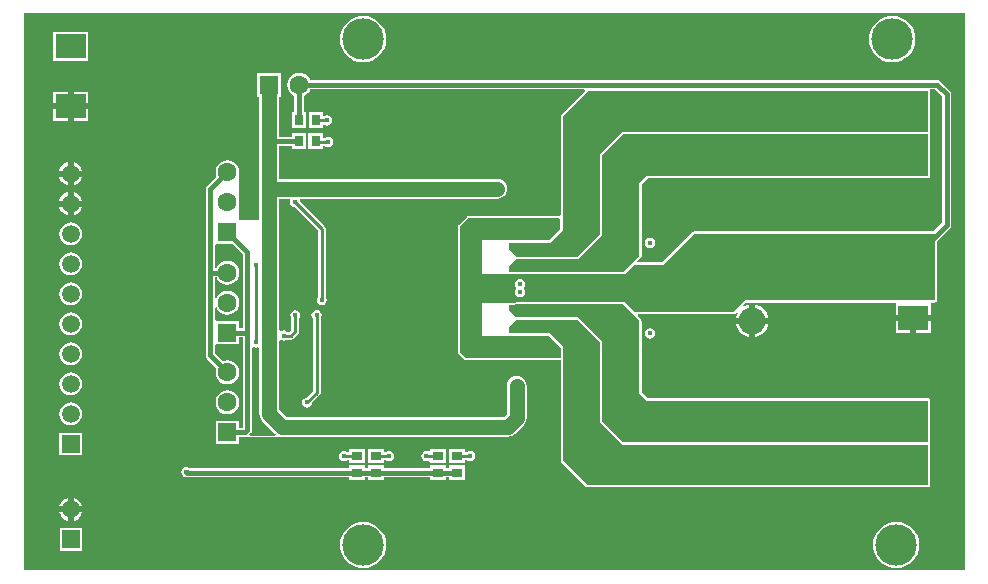
<source format=gbl>
G04*
G04 #@! TF.GenerationSoftware,Altium Limited,Altium Designer,20.2.7 (254)*
G04*
G04 Layer_Physical_Order=4*
G04 Layer_Color=16711680*
%FSLAX25Y25*%
%MOIN*%
G70*
G04*
G04 #@! TF.SameCoordinates,ECD674B8-324E-4609-97E5-6B7B15D5A4BB*
G04*
G04*
G04 #@! TF.FilePolarity,Positive*
G04*
G01*
G75*
%ADD16C,0.01000*%
%ADD20R,0.03740X0.03150*%
%ADD21R,0.03150X0.03740*%
%ADD45C,0.01500*%
%ADD46C,0.05000*%
%ADD48R,0.09843X0.07874*%
%ADD49R,0.09000X0.09000*%
%ADD50C,0.09000*%
%ADD51C,0.06299*%
%ADD52R,0.06299X0.06299*%
%ADD53R,0.06299X0.06299*%
%ADD54C,0.05906*%
%ADD55R,0.05906X0.05906*%
%ADD56C,0.13800*%
%ADD57C,0.01772*%
%ADD58C,0.01772*%
G36*
X152775Y-93975D02*
X-160975D01*
Y91575D01*
X152775D01*
Y-93975D01*
D02*
G37*
%LPC*%
G36*
X-139579Y85337D02*
X-151021D01*
Y75863D01*
X-139579D01*
Y85337D01*
D02*
G37*
G36*
X128600Y90737D02*
X127091Y90589D01*
X125639Y90148D01*
X124301Y89433D01*
X123129Y88471D01*
X122167Y87299D01*
X121452Y85961D01*
X121011Y84509D01*
X120863Y83000D01*
X121011Y81490D01*
X121452Y80039D01*
X122167Y78701D01*
X123129Y77529D01*
X124301Y76567D01*
X125639Y75852D01*
X127091Y75411D01*
X128600Y75263D01*
X130110Y75411D01*
X131561Y75852D01*
X132899Y76567D01*
X134071Y77529D01*
X135033Y78701D01*
X135748Y80039D01*
X136189Y81490D01*
X136337Y83000D01*
X136189Y84509D01*
X135748Y85961D01*
X135033Y87299D01*
X134071Y88471D01*
X132899Y89433D01*
X131561Y90148D01*
X130110Y90589D01*
X128600Y90737D01*
D02*
G37*
G36*
X-47800D02*
X-49310Y90589D01*
X-50761Y90148D01*
X-52099Y89433D01*
X-53271Y88471D01*
X-54233Y87299D01*
X-54948Y85961D01*
X-55389Y84509D01*
X-55537Y83000D01*
X-55389Y81490D01*
X-54948Y80039D01*
X-54233Y78701D01*
X-53271Y77529D01*
X-52099Y76567D01*
X-50761Y75852D01*
X-49310Y75411D01*
X-47800Y75263D01*
X-46290Y75411D01*
X-44839Y75852D01*
X-43501Y76567D01*
X-42329Y77529D01*
X-41367Y78701D01*
X-40652Y80039D01*
X-40211Y81490D01*
X-40063Y83000D01*
X-40211Y84509D01*
X-40652Y85961D01*
X-41367Y87299D01*
X-42329Y88471D01*
X-43501Y89433D01*
X-44839Y90148D01*
X-46290Y90589D01*
X-47800Y90737D01*
D02*
G37*
G36*
X-139379Y65537D02*
X-144300D01*
Y61600D01*
X-139379D01*
Y65537D01*
D02*
G37*
G36*
X-146300D02*
X-151221D01*
Y61600D01*
X-146300D01*
Y65537D01*
D02*
G37*
G36*
X-139379Y59600D02*
X-144300D01*
Y55663D01*
X-139379D01*
Y59600D01*
D02*
G37*
G36*
X-146300D02*
X-151221D01*
Y55663D01*
X-146300D01*
Y59600D01*
D02*
G37*
G36*
X-61220Y58670D02*
X-65969D01*
Y53330D01*
X-61220D01*
Y54220D01*
X-60720Y54453D01*
X-60508Y54312D01*
X-59850Y54181D01*
X-59193Y54312D01*
X-58635Y54685D01*
X-58262Y55242D01*
X-58131Y55900D01*
X-58262Y56558D01*
X-58635Y57115D01*
X-59193Y57488D01*
X-59850Y57619D01*
X-60508Y57488D01*
X-60720Y57347D01*
X-61220Y57580D01*
Y58670D01*
D02*
G37*
G36*
X-61270Y51567D02*
X-66020D01*
Y46227D01*
X-61270D01*
Y47471D01*
X-60452D01*
X-60059Y47209D01*
X-59401Y47078D01*
X-58743Y47209D01*
X-58185Y47581D01*
X-57813Y48139D01*
X-57682Y48797D01*
X-57813Y49454D01*
X-58185Y50012D01*
X-58743Y50385D01*
X-59401Y50516D01*
X-60059Y50385D01*
X-60452Y50122D01*
X-61270D01*
Y51567D01*
D02*
G37*
G36*
X-75150Y71750D02*
X-83050D01*
Y63850D01*
X-82328D01*
Y49400D01*
Y33959D01*
X-82428Y33200D01*
X-82328Y32441D01*
Y22584D01*
X-88516D01*
X-89016Y22584D01*
X-89016Y23001D01*
D01*
Y23020D01*
X-89016D01*
Y23223D01*
X-89016Y23223D01*
X-89016D01*
Y38600D01*
X-89152Y39631D01*
X-89550Y40592D01*
X-90183Y41417D01*
X-91008Y42050D01*
X-91969Y42448D01*
X-93000Y42584D01*
X-94031Y42448D01*
X-94992Y42050D01*
X-95817Y41417D01*
X-96450Y40592D01*
X-96848Y39631D01*
X-96984Y38600D01*
X-96848Y37569D01*
X-96678Y37157D01*
X-99818Y34018D01*
X-100160Y33505D01*
X-100280Y32900D01*
Y5250D01*
Y-22400D01*
X-100160Y-23005D01*
X-99818Y-23517D01*
X-96678Y-26658D01*
X-96848Y-27069D01*
X-96984Y-28100D01*
X-96848Y-29131D01*
X-96450Y-30092D01*
X-95817Y-30917D01*
X-94992Y-31550D01*
X-94031Y-31948D01*
X-93000Y-32084D01*
X-91969Y-31948D01*
X-91008Y-31550D01*
X-90183Y-30917D01*
X-89550Y-30092D01*
X-89152Y-29131D01*
X-89016Y-28100D01*
X-89152Y-27069D01*
X-89550Y-26108D01*
X-90183Y-25283D01*
X-91008Y-24650D01*
X-91969Y-24252D01*
X-93000Y-24116D01*
X-94031Y-24252D01*
X-94442Y-24422D01*
X-97120Y-21745D01*
Y-19179D01*
X-96950Y-18750D01*
X-89050D01*
Y-16380D01*
X-87980D01*
Y-46520D01*
X-89050D01*
Y-44150D01*
X-96950D01*
Y-52050D01*
X-89050D01*
Y-49680D01*
X-86794D01*
X-86674Y-49560D01*
X-74700Y-49529D01*
X434D01*
X1296Y-49415D01*
X1766Y-49220D01*
X2099Y-49082D01*
X2788Y-48554D01*
X5717Y-45625D01*
X6246Y-44935D01*
X6578Y-44133D01*
X6692Y-43271D01*
Y-32537D01*
X6578Y-31675D01*
X6246Y-30872D01*
X5717Y-30183D01*
X5028Y-29654D01*
X4225Y-29322D01*
X3363Y-29208D01*
X2502Y-29322D01*
X1699Y-29654D01*
X1010Y-30183D01*
X481Y-30872D01*
X148Y-31675D01*
X35Y-32537D01*
Y-41892D01*
X-944Y-42871D01*
X-73321D01*
X-75671Y-40521D01*
Y-17513D01*
X-75172Y-17245D01*
X-74958Y-17388D01*
X-74300Y-17519D01*
X-73642Y-17388D01*
X-73249Y-17126D01*
X-71800D01*
X-71293Y-17025D01*
X-70863Y-16737D01*
X-69449Y-15323D01*
X-69161Y-14893D01*
X-69060Y-14386D01*
Y-10151D01*
X-68798Y-9758D01*
X-68667Y-9100D01*
X-68798Y-8442D01*
X-69170Y-7885D01*
X-69728Y-7512D01*
X-70386Y-7381D01*
X-71044Y-7512D01*
X-71601Y-7885D01*
X-71974Y-8442D01*
X-72105Y-9100D01*
X-71974Y-9758D01*
X-71711Y-10151D01*
Y-13837D01*
X-72349Y-14475D01*
X-73249D01*
X-73642Y-14212D01*
X-74300Y-14081D01*
X-74958Y-14212D01*
X-75172Y-14355D01*
X-75671Y-14087D01*
Y29871D01*
X-72275D01*
X-72039Y29430D01*
X-72088Y29358D01*
X-72219Y28700D01*
X-72088Y28042D01*
X-71715Y27485D01*
X-71158Y27112D01*
X-70694Y27020D01*
X-62925Y19251D01*
Y-2949D01*
X-63188Y-3342D01*
X-63319Y-4000D01*
X-63188Y-4658D01*
X-62815Y-5215D01*
X-62258Y-5588D01*
X-61600Y-5719D01*
X-60942Y-5588D01*
X-60385Y-5215D01*
X-60012Y-4658D01*
X-59881Y-4000D01*
X-60012Y-3342D01*
X-60274Y-2949D01*
Y19800D01*
X-60375Y20307D01*
X-60663Y20737D01*
X-68820Y28894D01*
X-68912Y29358D01*
X-68961Y29430D01*
X-68725Y29871D01*
X-3100D01*
X-2238Y29985D01*
X-1436Y30318D01*
X-746Y30846D01*
X-218Y31536D01*
X115Y32339D01*
X228Y33200D01*
X115Y34062D01*
X-218Y34864D01*
X-746Y35554D01*
X-1436Y36083D01*
X-2238Y36415D01*
X-3100Y36529D01*
X-75671D01*
Y47316D01*
X-71531D01*
Y46227D01*
X-66782D01*
Y51567D01*
X-71531D01*
Y50477D01*
X-75671D01*
Y63850D01*
X-75150D01*
Y71750D01*
D02*
G37*
G36*
X-144300Y41955D02*
Y39100D01*
X-141445D01*
X-141449Y39132D01*
X-141847Y40093D01*
X-142481Y40919D01*
X-143307Y41553D01*
X-144268Y41951D01*
X-144300Y41955D01*
D02*
G37*
G36*
X-146300D02*
X-146332Y41951D01*
X-147293Y41553D01*
X-148119Y40919D01*
X-148753Y40093D01*
X-149151Y39132D01*
X-149155Y39100D01*
X-146300D01*
Y41955D01*
D02*
G37*
G36*
X-141445Y37100D02*
X-144300D01*
Y34245D01*
X-144268Y34249D01*
X-143307Y34647D01*
X-142481Y35281D01*
X-141847Y36107D01*
X-141449Y37068D01*
X-141445Y37100D01*
D02*
G37*
G36*
X-146300D02*
X-149155D01*
X-149151Y37068D01*
X-148753Y36107D01*
X-148119Y35281D01*
X-147293Y34647D01*
X-146332Y34249D01*
X-146300Y34245D01*
Y37100D01*
D02*
G37*
G36*
X-144300Y31955D02*
Y29100D01*
X-141445D01*
X-141449Y29132D01*
X-141847Y30093D01*
X-142481Y30919D01*
X-143307Y31553D01*
X-144268Y31951D01*
X-144300Y31955D01*
D02*
G37*
G36*
X-146300D02*
X-146332Y31951D01*
X-147293Y31553D01*
X-148119Y30919D01*
X-148753Y30093D01*
X-149151Y29132D01*
X-149155Y29100D01*
X-146300D01*
Y31955D01*
D02*
G37*
G36*
X-141445Y27100D02*
X-144300D01*
Y24245D01*
X-144268Y24249D01*
X-143307Y24647D01*
X-142481Y25281D01*
X-141847Y26107D01*
X-141449Y27068D01*
X-141445Y27100D01*
D02*
G37*
G36*
X-146300D02*
X-149155D01*
X-149151Y27068D01*
X-148753Y26107D01*
X-148119Y25281D01*
X-147293Y24647D01*
X-146332Y24249D01*
X-146300Y24245D01*
Y27100D01*
D02*
G37*
G36*
X-69100Y71784D02*
X-70131Y71648D01*
X-71092Y71250D01*
X-71917Y70617D01*
X-72550Y69792D01*
X-72948Y68831D01*
X-73084Y67800D01*
X-72948Y66769D01*
X-72550Y65808D01*
X-71917Y64983D01*
X-71092Y64350D01*
X-70680Y64180D01*
Y58670D01*
X-71481D01*
Y53330D01*
X-66732D01*
Y58670D01*
X-67520D01*
Y64180D01*
X-67108Y64350D01*
X-66283Y64983D01*
X-65650Y65808D01*
X-65480Y66220D01*
X25959D01*
X26166Y65720D01*
X18323Y57877D01*
X18146Y57612D01*
X18084Y57300D01*
X18084Y57300D01*
X18084Y24525D01*
X17676Y24143D01*
X17584Y24116D01*
X-12700Y24116D01*
X-12700Y24116D01*
X-13012Y24054D01*
X-13277Y23877D01*
X-15977Y21177D01*
X-16154Y20912D01*
X-16216Y20600D01*
X-16216Y20600D01*
X-16216Y-21400D01*
X-16154Y-21712D01*
X-15977Y-21977D01*
X-15977Y-21977D01*
X-14077Y-23877D01*
X-14077Y-23877D01*
X-13812Y-24054D01*
X-13500Y-24116D01*
X-13500Y-24116D01*
X11500Y-24116D01*
X18093Y-24116D01*
X18093Y-57306D01*
X18093Y-57306D01*
X18155Y-57618D01*
X18332Y-57883D01*
X18332Y-57883D01*
X26632Y-66183D01*
X26897Y-66360D01*
X27209Y-66422D01*
X27209Y-66422D01*
X129879Y-66422D01*
Y-66437D01*
X141321D01*
Y-65624D01*
X141325Y-65606D01*
X141325Y-52206D01*
X141263Y-51894D01*
X141171Y-51756D01*
X141263Y-51619D01*
X141325Y-51306D01*
X141325Y-37506D01*
X141321Y-37489D01*
Y-36963D01*
X141108D01*
X141086Y-36930D01*
X140821Y-36753D01*
X140509Y-36691D01*
X47047D01*
X45025Y-34668D01*
X45025Y-10806D01*
X44963Y-10494D01*
X44786Y-10230D01*
X44786Y-10230D01*
X43734Y-9178D01*
X43925Y-8716D01*
X75500D01*
X75812Y-8653D01*
X76077Y-8477D01*
X76077Y-8477D01*
X76687Y-7866D01*
X77096Y-8126D01*
X76542Y-9464D01*
X76484Y-9900D01*
X80900D01*
Y-5484D01*
X80464Y-5542D01*
X79126Y-6096D01*
X78866Y-5687D01*
X79738Y-4816D01*
X129281D01*
X129679Y-5063D01*
X129679Y-5316D01*
Y-9000D01*
X135600D01*
X141521D01*
Y-5316D01*
X141521Y-5063D01*
X141919Y-4816D01*
X142700D01*
X143012Y-4753D01*
X143277Y-4577D01*
X143454Y-4312D01*
X143516Y-4000D01*
Y15681D01*
X147818Y19983D01*
X148160Y20495D01*
X148280Y21100D01*
Y64639D01*
X148160Y65244D01*
X147818Y65757D01*
X144657Y68918D01*
X144144Y69260D01*
X143539Y69380D01*
X-65480D01*
X-65650Y69792D01*
X-66283Y70617D01*
X-67108Y71250D01*
X-68069Y71648D01*
X-69100Y71784D01*
D02*
G37*
G36*
X-145300Y21885D02*
X-146280Y21756D01*
X-147193Y21378D01*
X-147977Y20776D01*
X-148578Y19993D01*
X-148956Y19080D01*
X-149085Y18100D01*
X-148956Y17120D01*
X-148578Y16207D01*
X-147977Y15424D01*
X-147193Y14822D01*
X-146280Y14444D01*
X-145300Y14315D01*
X-144320Y14444D01*
X-143407Y14822D01*
X-142623Y15424D01*
X-142022Y16207D01*
X-141644Y17120D01*
X-141515Y18100D01*
X-141644Y19080D01*
X-142022Y19993D01*
X-142623Y20776D01*
X-143407Y21378D01*
X-144320Y21756D01*
X-145300Y21885D01*
D02*
G37*
G36*
Y11885D02*
X-146280Y11756D01*
X-147193Y11378D01*
X-147977Y10776D01*
X-148578Y9993D01*
X-148956Y9080D01*
X-149085Y8100D01*
X-148956Y7120D01*
X-148578Y6207D01*
X-147977Y5424D01*
X-147193Y4822D01*
X-146280Y4444D01*
X-145300Y4315D01*
X-144320Y4444D01*
X-143407Y4822D01*
X-142623Y5424D01*
X-142022Y6207D01*
X-141644Y7120D01*
X-141515Y8100D01*
X-141644Y9080D01*
X-142022Y9993D01*
X-142623Y10776D01*
X-143407Y11378D01*
X-144320Y11756D01*
X-145300Y11885D01*
D02*
G37*
G36*
Y1885D02*
X-146280Y1756D01*
X-147193Y1378D01*
X-147977Y777D01*
X-148578Y-7D01*
X-148956Y-920D01*
X-149085Y-1900D01*
X-148956Y-2880D01*
X-148578Y-3793D01*
X-147977Y-4577D01*
X-147193Y-5178D01*
X-146280Y-5556D01*
X-145300Y-5685D01*
X-144320Y-5556D01*
X-143407Y-5178D01*
X-142623Y-4577D01*
X-142022Y-3793D01*
X-141644Y-2880D01*
X-141515Y-1900D01*
X-141644Y-920D01*
X-142022Y-7D01*
X-142623Y777D01*
X-143407Y1378D01*
X-144320Y1756D01*
X-145300Y1885D01*
D02*
G37*
G36*
X82900Y-5484D02*
Y-9900D01*
X87316D01*
X87258Y-9464D01*
X86704Y-8126D01*
X85823Y-6977D01*
X84674Y-6096D01*
X83336Y-5542D01*
X82900Y-5484D01*
D02*
G37*
G36*
X141521Y-11000D02*
X136600D01*
Y-14937D01*
X141521D01*
Y-11000D01*
D02*
G37*
G36*
X134600D02*
X129679D01*
Y-14937D01*
X134600D01*
Y-11000D01*
D02*
G37*
G36*
X-145300Y-8115D02*
X-146280Y-8244D01*
X-147193Y-8622D01*
X-147977Y-9223D01*
X-148578Y-10007D01*
X-148956Y-10920D01*
X-149085Y-11900D01*
X-148956Y-12880D01*
X-148578Y-13793D01*
X-147977Y-14577D01*
X-147193Y-15178D01*
X-146280Y-15556D01*
X-145300Y-15685D01*
X-144320Y-15556D01*
X-143407Y-15178D01*
X-142623Y-14577D01*
X-142022Y-13793D01*
X-141644Y-12880D01*
X-141515Y-11900D01*
X-141644Y-10920D01*
X-142022Y-10007D01*
X-142623Y-9223D01*
X-143407Y-8622D01*
X-144320Y-8244D01*
X-145300Y-8115D01*
D02*
G37*
G36*
X87316Y-11900D02*
X82900D01*
Y-16316D01*
X83336Y-16258D01*
X84674Y-15704D01*
X85823Y-14823D01*
X86704Y-13674D01*
X87258Y-12336D01*
X87316Y-11900D01*
D02*
G37*
G36*
X80900D02*
X76484D01*
X76542Y-12336D01*
X77096Y-13674D01*
X77977Y-14823D01*
X79126Y-15704D01*
X80464Y-16258D01*
X80900Y-16316D01*
Y-11900D01*
D02*
G37*
G36*
X47800Y-13381D02*
X47142Y-13512D01*
X46585Y-13885D01*
X46212Y-14442D01*
X46081Y-15100D01*
X46212Y-15758D01*
X46585Y-16315D01*
X47142Y-16688D01*
X47800Y-16819D01*
X48458Y-16688D01*
X49015Y-16315D01*
X49388Y-15758D01*
X49519Y-15100D01*
X49388Y-14442D01*
X49015Y-13885D01*
X48458Y-13512D01*
X47800Y-13381D01*
D02*
G37*
G36*
X-145300Y-18115D02*
X-146280Y-18244D01*
X-147193Y-18622D01*
X-147977Y-19223D01*
X-148578Y-20007D01*
X-148956Y-20920D01*
X-149085Y-21900D01*
X-148956Y-22880D01*
X-148578Y-23793D01*
X-147977Y-24577D01*
X-147193Y-25178D01*
X-146280Y-25556D01*
X-145300Y-25685D01*
X-144320Y-25556D01*
X-143407Y-25178D01*
X-142623Y-24577D01*
X-142022Y-23793D01*
X-141644Y-22880D01*
X-141515Y-21900D01*
X-141644Y-20920D01*
X-142022Y-20007D01*
X-142623Y-19223D01*
X-143407Y-18622D01*
X-144320Y-18244D01*
X-145300Y-18115D01*
D02*
G37*
G36*
Y-28115D02*
X-146280Y-28244D01*
X-147193Y-28622D01*
X-147977Y-29223D01*
X-148578Y-30007D01*
X-148956Y-30920D01*
X-149085Y-31900D01*
X-148956Y-32880D01*
X-148578Y-33793D01*
X-147977Y-34576D01*
X-147193Y-35178D01*
X-146280Y-35556D01*
X-145300Y-35685D01*
X-144320Y-35556D01*
X-143407Y-35178D01*
X-142623Y-34576D01*
X-142022Y-33793D01*
X-141644Y-32880D01*
X-141515Y-31900D01*
X-141644Y-30920D01*
X-142022Y-30007D01*
X-142623Y-29223D01*
X-143407Y-28622D01*
X-144320Y-28244D01*
X-145300Y-28115D01*
D02*
G37*
G36*
X-63300Y-7281D02*
X-63958Y-7412D01*
X-64515Y-7785D01*
X-64888Y-8342D01*
X-65019Y-9000D01*
X-64888Y-9658D01*
X-64626Y-10051D01*
Y-34251D01*
X-66844Y-36469D01*
X-67058Y-36512D01*
X-67615Y-36885D01*
X-67988Y-37442D01*
X-68119Y-38100D01*
X-67988Y-38758D01*
X-67615Y-39315D01*
X-67058Y-39688D01*
X-66400Y-39819D01*
X-65742Y-39688D01*
X-65185Y-39315D01*
X-64812Y-38758D01*
X-64681Y-38100D01*
X-64688Y-38063D01*
X-62363Y-35737D01*
X-62075Y-35307D01*
X-61975Y-34800D01*
Y-10051D01*
X-61712Y-9658D01*
X-61581Y-9000D01*
X-61712Y-8342D01*
X-62085Y-7785D01*
X-62642Y-7412D01*
X-63300Y-7281D01*
D02*
G37*
G36*
X-93000Y-34116D02*
X-94031Y-34252D01*
X-94992Y-34650D01*
X-95817Y-35283D01*
X-96450Y-36108D01*
X-96848Y-37069D01*
X-96984Y-38100D01*
X-96848Y-39131D01*
X-96450Y-40092D01*
X-95817Y-40917D01*
X-94992Y-41550D01*
X-94031Y-41948D01*
X-93000Y-42084D01*
X-91969Y-41948D01*
X-91008Y-41550D01*
X-90183Y-40917D01*
X-89550Y-40092D01*
X-89152Y-39131D01*
X-89016Y-38100D01*
X-89152Y-37069D01*
X-89550Y-36108D01*
X-90183Y-35283D01*
X-91008Y-34650D01*
X-91969Y-34252D01*
X-93000Y-34116D01*
D02*
G37*
G36*
X-145300Y-38115D02*
X-146280Y-38244D01*
X-147193Y-38622D01*
X-147977Y-39224D01*
X-148578Y-40007D01*
X-148956Y-40920D01*
X-149085Y-41900D01*
X-148956Y-42880D01*
X-148578Y-43793D01*
X-147977Y-44576D01*
X-147193Y-45178D01*
X-146280Y-45556D01*
X-145300Y-45685D01*
X-144320Y-45556D01*
X-143407Y-45178D01*
X-142623Y-44576D01*
X-142022Y-43793D01*
X-141644Y-42880D01*
X-141515Y-41900D01*
X-141644Y-40920D01*
X-142022Y-40007D01*
X-142623Y-39224D01*
X-143407Y-38622D01*
X-144320Y-38244D01*
X-145300Y-38115D01*
D02*
G37*
G36*
X-20231Y-53569D02*
X-25571D01*
Y-54126D01*
X-26034Y-54407D01*
X-26071Y-54406D01*
X-26700Y-54281D01*
X-27358Y-54412D01*
X-27915Y-54785D01*
X-28288Y-55342D01*
X-28419Y-56000D01*
X-28288Y-56658D01*
X-27915Y-57215D01*
X-27358Y-57588D01*
X-26700Y-57719D01*
X-26071Y-57594D01*
X-25984Y-57592D01*
X-25571Y-57849D01*
Y-58319D01*
X-20231D01*
Y-53569D01*
D02*
G37*
G36*
X-47080D02*
X-52421D01*
Y-54619D01*
X-53233D01*
X-53542Y-54412D01*
X-54200Y-54281D01*
X-54858Y-54412D01*
X-55415Y-54785D01*
X-55788Y-55342D01*
X-55919Y-56000D01*
X-55788Y-56658D01*
X-55415Y-57215D01*
X-54858Y-57588D01*
X-54200Y-57719D01*
X-53542Y-57588D01*
X-53066Y-57270D01*
X-52421D01*
Y-58319D01*
X-47080D01*
Y-53569D01*
D02*
G37*
G36*
X-141547Y-48147D02*
X-149053D01*
Y-55653D01*
X-141547D01*
Y-48147D01*
D02*
G37*
G36*
X-13931Y-53569D02*
X-19271D01*
Y-58319D01*
X-13931D01*
Y-57281D01*
X-13067D01*
X-12758Y-57488D01*
X-12100Y-57619D01*
X-11442Y-57488D01*
X-10885Y-57115D01*
X-10512Y-56558D01*
X-10381Y-55900D01*
X-10512Y-55242D01*
X-10885Y-54685D01*
X-11442Y-54312D01*
X-12100Y-54181D01*
X-12758Y-54312D01*
X-13234Y-54630D01*
X-13931D01*
Y-53569D01*
D02*
G37*
G36*
X-40680D02*
X-46020D01*
Y-58319D01*
X-40680D01*
Y-57381D01*
X-40067D01*
X-39758Y-57588D01*
X-39100Y-57719D01*
X-38442Y-57588D01*
X-37885Y-57215D01*
X-37512Y-56658D01*
X-37381Y-56000D01*
X-37512Y-55342D01*
X-37885Y-54785D01*
X-38442Y-54412D01*
X-39100Y-54281D01*
X-39758Y-54412D01*
X-40180Y-54694D01*
X-40680Y-54566D01*
Y-53569D01*
D02*
G37*
G36*
X-13931Y-59081D02*
X-19271D01*
Y-59876D01*
X-20231D01*
Y-59081D01*
X-25571D01*
Y-59876D01*
X-40680D01*
Y-59081D01*
X-46020D01*
Y-59876D01*
X-47080D01*
Y-59081D01*
X-52421D01*
Y-59876D01*
X-105797D01*
X-106042Y-59712D01*
X-106700Y-59581D01*
X-107358Y-59712D01*
X-107915Y-60085D01*
X-108288Y-60642D01*
X-108419Y-61300D01*
X-108288Y-61958D01*
X-107915Y-62515D01*
X-107358Y-62888D01*
X-106700Y-63019D01*
X-106588Y-62997D01*
X-106389Y-63036D01*
X-52421D01*
Y-63831D01*
X-47080D01*
Y-63036D01*
X-46020D01*
Y-63831D01*
X-40680D01*
Y-63036D01*
X-25571D01*
Y-63831D01*
X-20231D01*
Y-63036D01*
X-19271D01*
Y-63831D01*
X-13931D01*
Y-59081D01*
D02*
G37*
G36*
X-144200Y-69845D02*
Y-72700D01*
X-141345D01*
X-141349Y-72668D01*
X-141747Y-71707D01*
X-142381Y-70881D01*
X-143207Y-70247D01*
X-144168Y-69849D01*
X-144200Y-69845D01*
D02*
G37*
G36*
X-146200D02*
X-146232Y-69849D01*
X-147193Y-70247D01*
X-148019Y-70881D01*
X-148653Y-71707D01*
X-149051Y-72668D01*
X-149055Y-72700D01*
X-146200D01*
Y-69845D01*
D02*
G37*
G36*
X-141345Y-74700D02*
X-144200D01*
Y-77555D01*
X-144168Y-77551D01*
X-143207Y-77153D01*
X-142381Y-76519D01*
X-141747Y-75693D01*
X-141349Y-74732D01*
X-141345Y-74700D01*
D02*
G37*
G36*
X-146200D02*
X-149055D01*
X-149051Y-74732D01*
X-148653Y-75693D01*
X-148019Y-76519D01*
X-147193Y-77153D01*
X-146232Y-77551D01*
X-146200Y-77555D01*
Y-74700D01*
D02*
G37*
G36*
X-141447Y-79947D02*
X-148953D01*
Y-87453D01*
X-141447D01*
Y-79947D01*
D02*
G37*
G36*
X129900Y-77863D02*
X128391Y-78011D01*
X126939Y-78452D01*
X125601Y-79167D01*
X124429Y-80129D01*
X123467Y-81301D01*
X122752Y-82639D01*
X122311Y-84091D01*
X122163Y-85600D01*
X122311Y-87110D01*
X122752Y-88561D01*
X123467Y-89899D01*
X124429Y-91071D01*
X125601Y-92033D01*
X126939Y-92748D01*
X128391Y-93189D01*
X129900Y-93337D01*
X131410Y-93189D01*
X132861Y-92748D01*
X134199Y-92033D01*
X135371Y-91071D01*
X136333Y-89899D01*
X137048Y-88561D01*
X137489Y-87110D01*
X137637Y-85600D01*
X137489Y-84091D01*
X137048Y-82639D01*
X136333Y-81301D01*
X135371Y-80129D01*
X134199Y-79167D01*
X132861Y-78452D01*
X131410Y-78011D01*
X129900Y-77863D01*
D02*
G37*
G36*
X-47800D02*
X-49310Y-78011D01*
X-50761Y-78452D01*
X-52099Y-79167D01*
X-53271Y-80129D01*
X-54233Y-81301D01*
X-54948Y-82639D01*
X-55389Y-84091D01*
X-55537Y-85600D01*
X-55389Y-87110D01*
X-54948Y-88561D01*
X-54233Y-89899D01*
X-53271Y-91071D01*
X-52099Y-92033D01*
X-50761Y-92748D01*
X-49310Y-93189D01*
X-47800Y-93337D01*
X-46290Y-93189D01*
X-44839Y-92748D01*
X-43501Y-92033D01*
X-42329Y-91071D01*
X-41367Y-89899D01*
X-40652Y-88561D01*
X-40211Y-87110D01*
X-40063Y-85600D01*
X-40211Y-84091D01*
X-40652Y-82639D01*
X-41367Y-81301D01*
X-42329Y-80129D01*
X-43501Y-79167D01*
X-44839Y-78452D01*
X-46290Y-78011D01*
X-47800Y-77863D01*
D02*
G37*
%LPD*%
G36*
X-87980Y11345D02*
Y-13220D01*
X-89050D01*
Y-10850D01*
X-96950D01*
X-97120Y-10421D01*
Y-6482D01*
X-96620Y-6382D01*
X-96450Y-6792D01*
X-95817Y-7617D01*
X-94992Y-8250D01*
X-94031Y-8648D01*
X-93000Y-8784D01*
X-91969Y-8648D01*
X-91008Y-8250D01*
X-90183Y-7617D01*
X-89550Y-6792D01*
X-89152Y-5831D01*
X-89016Y-4800D01*
X-89152Y-3769D01*
X-89550Y-2808D01*
X-90183Y-1983D01*
X-91008Y-1350D01*
X-91969Y-952D01*
X-93000Y-816D01*
X-94031Y-952D01*
X-94992Y-1350D01*
X-95817Y-1983D01*
X-96450Y-2808D01*
X-96620Y-3218D01*
X-97120Y-3118D01*
Y3620D01*
X-96620D01*
X-96450Y3208D01*
X-95817Y2383D01*
X-94992Y1750D01*
X-94031Y1352D01*
X-93000Y1216D01*
X-91969Y1352D01*
X-91008Y1750D01*
X-90183Y2383D01*
X-89550Y3208D01*
X-89152Y4169D01*
X-89016Y5200D01*
X-89152Y6231D01*
X-89550Y7192D01*
X-90183Y8017D01*
X-91008Y8650D01*
X-91969Y9048D01*
X-93000Y9184D01*
X-94031Y9048D01*
X-94992Y8650D01*
X-95817Y8017D01*
X-96450Y7192D01*
X-96620Y6780D01*
X-97120D01*
Y14221D01*
X-96950Y14650D01*
X-91285D01*
X-87980Y11345D01*
D02*
G37*
G36*
X-82328Y-19877D02*
Y-41900D01*
X-82215Y-42761D01*
X-81883Y-43564D01*
X-81354Y-44254D01*
X-81014Y-44514D01*
X-80754Y-44854D01*
X-77054Y-48554D01*
X-76840Y-48717D01*
X-77010Y-49218D01*
X-85508D01*
X-85699Y-48755D01*
X-85282Y-48339D01*
X-84940Y-47826D01*
X-84820Y-47221D01*
Y-19899D01*
X-84320Y-19632D01*
X-84248Y-19680D01*
X-83590Y-19810D01*
X-82932Y-19680D01*
X-82828Y-19610D01*
X-82328Y-19877D01*
D02*
G37*
G36*
X145120Y63985D02*
Y21755D01*
X142281Y18916D01*
X62500D01*
X62500Y18916D01*
X62188Y18854D01*
X61923Y18677D01*
X51862Y8616D01*
X43823D01*
X43631Y9078D01*
X44777Y10223D01*
X44777Y10223D01*
X44954Y10488D01*
X45016Y10800D01*
X45016Y10800D01*
X45016Y34662D01*
X47038Y36684D01*
X140500D01*
X140812Y36746D01*
X141077Y36923D01*
X141103Y36963D01*
X141321D01*
Y46437D01*
X141316D01*
X141316Y51300D01*
X141254Y51612D01*
X141161Y51750D01*
X141254Y51888D01*
X141316Y52200D01*
X141316Y56963D01*
X141321D01*
Y66220D01*
X142885D01*
X145120Y63985D01*
D02*
G37*
G36*
X140500Y52200D02*
X38600Y52200D01*
X31100Y44700D01*
Y18100D01*
X23500Y10500D01*
X3400Y10500D01*
X865Y13035D01*
Y15100D01*
X14600D01*
X18900Y19400D01*
X18900Y57300D01*
X27200Y65600D01*
X140500Y65600D01*
X140500Y52200D01*
D02*
G37*
G36*
X140500Y37500D02*
X46700D01*
X44200Y35000D01*
X44200Y10800D01*
X38800Y5400D01*
X1000Y5400D01*
Y7400D01*
X3254Y9654D01*
X23554D01*
X23605Y9705D01*
X23812Y9746D01*
X24077Y9923D01*
X24077Y9923D01*
X31677Y17523D01*
X31854Y17788D01*
X31916Y18100D01*
X31916Y18100D01*
Y44362D01*
X38853Y51300D01*
X140500Y51300D01*
X140500Y37500D01*
D02*
G37*
G36*
X17646Y23300D02*
X18000Y22946D01*
X18000Y19654D01*
X14262Y15916D01*
X865D01*
X786Y15900D01*
X-8100Y15900D01*
X-8100Y4600D01*
X921D01*
X1000Y4584D01*
X38800Y4584D01*
X38879Y4600D01*
X39100D01*
X39215Y4715D01*
X39377Y4823D01*
X39377Y4823D01*
X42354Y7800D01*
X52200D01*
X62500Y18100D01*
X142700D01*
Y-4000D01*
X79400D01*
X75500Y-7900D01*
X42600D01*
X39400Y-4700D01*
X39192D01*
X39121Y-4653D01*
X38809Y-4591D01*
X38809Y-4591D01*
X2944Y-4591D01*
X2865Y-4606D01*
X2785D01*
X2505Y-4662D01*
X1009D01*
X818Y-4700D01*
X-8100D01*
Y-15900D01*
X763D01*
X874Y-15922D01*
X14222D01*
X18093Y-19793D01*
Y-23300D01*
X11500Y-23300D01*
X-13500Y-23300D01*
X-15400Y-21400D01*
X-15400Y20600D01*
X-12700Y23300D01*
X17646Y23300D01*
D02*
G37*
G36*
X44209Y-10806D02*
X44209Y-35006D01*
X46709Y-37506D01*
X140509D01*
X140509Y-51306D01*
X38863Y-51306D01*
X31925Y-44368D01*
Y-18106D01*
X31925Y-18106D01*
X31863Y-17794D01*
X31792Y-17688D01*
X31686Y-17530D01*
X31686Y-17530D01*
X24086Y-9930D01*
X24086Y-9930D01*
X23821Y-9753D01*
X23509Y-9691D01*
X23509Y-9691D01*
X3409Y-9691D01*
X3409Y-9691D01*
X3312Y-9710D01*
X1009Y-7406D01*
Y-5478D01*
X2586D01*
X2944Y-5406D01*
X38809Y-5406D01*
X44209Y-10806D01*
D02*
G37*
G36*
X23509Y-10506D02*
X31109Y-18106D01*
Y-44706D01*
X38609Y-52206D01*
X140509Y-52206D01*
X140509Y-65606D01*
X27209Y-65606D01*
X18909Y-57306D01*
X18909Y-19406D01*
X14609Y-15106D01*
X874D01*
Y-13041D01*
X3409Y-10506D01*
X23509Y-10506D01*
D02*
G37*
%LPC*%
G36*
X47800Y16819D02*
X47142Y16688D01*
X46585Y16315D01*
X46212Y15758D01*
X46081Y15100D01*
X46212Y14442D01*
X46585Y13885D01*
X47142Y13512D01*
X47800Y13381D01*
X48458Y13512D01*
X49015Y13885D01*
X49388Y14442D01*
X49519Y15100D01*
X49388Y15758D01*
X49015Y16315D01*
X48458Y16688D01*
X47800Y16819D01*
D02*
G37*
G36*
X4500Y3019D02*
X3842Y2888D01*
X3285Y2515D01*
X2912Y1958D01*
X2781Y1300D01*
X2912Y642D01*
X3085Y383D01*
X3249Y0D01*
X3085Y-383D01*
X2912Y-642D01*
X2781Y-1300D01*
X2912Y-1958D01*
X3285Y-2515D01*
X3842Y-2888D01*
X4500Y-3019D01*
X5158Y-2888D01*
X5715Y-2515D01*
X6088Y-1958D01*
X6219Y-1300D01*
X6088Y-642D01*
X5915Y-383D01*
X5751Y0D01*
X5915Y383D01*
X6088Y642D01*
X6219Y1300D01*
X6088Y1958D01*
X5715Y2515D01*
X5158Y2888D01*
X4500Y3019D01*
D02*
G37*
%LPD*%
D16*
X-12156Y-55956D02*
X-12100Y-55900D01*
X-16550Y-55956D02*
X-12156D01*
X-39156Y-56056D02*
X-39100Y-56000D01*
X-43550Y-56056D02*
X-39156D01*
X8500Y-39600D02*
X11251Y-36849D01*
X11193D02*
X11251D01*
X13414Y-17387D02*
Y-17224D01*
X13786Y-16852D01*
X-10014D02*
X13786D01*
X13800Y16700D02*
X14306Y17206D01*
X13276D02*
X14306D01*
X-83468Y7727D02*
X-83346Y7849D01*
X-83468Y-17969D02*
Y7727D01*
X-83590Y-18091D02*
X-83468Y-17969D01*
X3400Y37113D02*
Y37427D01*
X3227Y37600D02*
X3400Y37427D01*
X-25800Y37600D02*
X3227D01*
X-11114Y-15752D02*
Y-5052D01*
Y-15752D02*
X-10014Y-16852D01*
X-11114Y-5052D02*
X-10214Y-4152D01*
X2586D01*
X2686Y-4052D01*
X2600Y4000D02*
X2700Y3900D01*
X-10200Y4000D02*
X2600D01*
X-11100Y4900D02*
X-10200Y4000D01*
X-11100Y15600D02*
X-10000Y16700D01*
X-11100Y4900D02*
Y15600D01*
X-10000Y16700D02*
X13800D01*
X8500Y-71500D02*
Y-39600D01*
X-66600Y-38100D02*
X-63300Y-34800D01*
X-79000Y49400D02*
X-78497Y48897D01*
X-63645D02*
X-63545Y48797D01*
X-59401D01*
X-63994Y55900D02*
X-59850D01*
X-26700Y-56000D02*
X-26644Y-55944D01*
X-22250D01*
X-54144D02*
X-49750D01*
X-54200Y-56000D02*
X-54144Y-55944D01*
X-74300Y-15800D02*
X-71800D01*
X-70386Y-14386D02*
Y-9100D01*
X-71800Y-15800D02*
X-70386Y-14386D01*
X-61600Y-4000D02*
Y19800D01*
X-70500Y28700D02*
X-61600Y19800D01*
X-63300Y-34800D02*
Y-9000D01*
X81586Y9414D02*
X81900Y9100D01*
X81686Y8886D02*
X81900Y9100D01*
D20*
X-49750Y-61456D02*
D03*
Y-55944D02*
D03*
X-16601Y-61456D02*
D03*
Y-55944D02*
D03*
X-22901Y-61456D02*
D03*
Y-55944D02*
D03*
X-43350Y-61456D02*
D03*
Y-55944D02*
D03*
D21*
X-69106Y56000D02*
D03*
X-63595D02*
D03*
X-69157Y48897D02*
D03*
X-63645D02*
D03*
D45*
X-69100Y67800D02*
X143539D01*
X146700Y21100D02*
Y64639D01*
X143539Y67800D02*
X146700Y64639D01*
X140021Y14421D02*
X146700Y21100D01*
X135600Y10000D02*
X136584D01*
X140021Y13437D01*
Y14421D01*
X-78497Y48897D02*
X-69157D01*
X-69100Y56006D02*
Y67800D01*
X-69106Y56000D02*
X-69100Y56006D01*
X-22901Y-61456D02*
X-16601D01*
X-43350D02*
X-22901D01*
X-49750D02*
X-43350D01*
X-106389D02*
X-49750D01*
X-106544Y-61300D02*
X-106389Y-61456D01*
X-106700Y-61300D02*
X-106544D01*
X-86400Y-47221D02*
Y-14800D01*
Y12000D01*
X-93000Y-14800D02*
X-86400D01*
X-87279Y-48100D02*
X-86400Y-47221D01*
X-93000Y-48100D02*
X-87279D01*
X-93000Y18600D02*
X-86400Y12000D01*
X-98650Y5200D02*
X-93000D01*
X-98700Y5250D02*
X-98650Y5200D01*
X-98700Y5250D02*
Y32900D01*
X-93000Y38600D01*
X-98700Y-22400D02*
X-93000Y-28100D01*
X-98700Y-22400D02*
Y5250D01*
D46*
X-79000Y33200D02*
X-3100D01*
X-79000Y-41900D02*
Y33200D01*
X-78400Y-42500D02*
X-74700Y-46200D01*
X434D01*
X3363Y-43271D02*
Y-32537D01*
X434Y-46200D02*
X3363Y-43271D01*
X-79000Y49400D02*
Y67800D01*
Y33200D02*
Y49400D01*
X-79100Y33200D02*
X-79000D01*
D48*
X135600Y-61700D02*
D03*
Y-41700D02*
D03*
Y-10000D02*
D03*
Y10000D02*
D03*
Y41700D02*
D03*
Y61700D02*
D03*
X-145300Y80600D02*
D03*
Y60600D02*
D03*
D49*
X81900Y9100D02*
D03*
D50*
Y-10900D02*
D03*
D51*
X-93000Y5200D02*
D03*
Y-4800D02*
D03*
Y-38100D02*
D03*
Y-28100D02*
D03*
Y38600D02*
D03*
Y28600D02*
D03*
X-69100Y67800D02*
D03*
D52*
X-93000Y-14800D02*
D03*
Y-48100D02*
D03*
Y18600D02*
D03*
D53*
X-79100Y67800D02*
D03*
D54*
X-145200Y-73700D02*
D03*
X-145300Y8100D02*
D03*
Y-11900D02*
D03*
Y-31900D02*
D03*
Y-41900D02*
D03*
Y-21900D02*
D03*
Y-1900D02*
D03*
Y18100D02*
D03*
Y28100D02*
D03*
Y38100D02*
D03*
D55*
X-145200Y-83700D02*
D03*
X-145300Y-51900D02*
D03*
D56*
X-47800Y-85600D02*
D03*
Y83000D02*
D03*
X128600D02*
D03*
X129900Y-85600D02*
D03*
D57*
X-12100Y-55900D02*
D03*
X-39100Y-56000D02*
D03*
X11193Y-36849D02*
D03*
X13414Y-17387D02*
D03*
X13276Y17206D02*
D03*
X-83346Y7849D02*
D03*
X3400Y37113D02*
D03*
X-3000Y33100D02*
D03*
X-25800Y37600D02*
D03*
X-70386Y-9100D02*
D03*
X-83590Y-18091D02*
D03*
X2800Y13800D02*
D03*
X5100Y12000D02*
D03*
X10100D02*
D03*
X7800Y13800D02*
D03*
X7700Y6700D02*
D03*
X10000Y8500D02*
D03*
X5000D02*
D03*
X2700Y6700D02*
D03*
X2800Y-13800D02*
D03*
X5100Y-12000D02*
D03*
X10100D02*
D03*
X7800Y-13800D02*
D03*
X7900Y-6700D02*
D03*
X10200Y-8500D02*
D03*
X5200D02*
D03*
X2900Y-6700D02*
D03*
X16700Y-22000D02*
D03*
X16800Y20800D02*
D03*
X8500Y-71500D02*
D03*
X-66400Y-38100D02*
D03*
X-26700Y-56000D02*
D03*
X-54200D02*
D03*
X-106700Y-61300D02*
D03*
X-74300Y-15800D02*
D03*
X-79100Y33200D02*
D03*
X-79300Y-34600D02*
D03*
X3363Y-32537D02*
D03*
X-70500Y28700D02*
D03*
X-61600Y-4000D02*
D03*
X-63300Y-9000D02*
D03*
X4500Y-1300D02*
D03*
X47800Y-15100D02*
D03*
Y15100D02*
D03*
X4500Y1300D02*
D03*
X-59850Y55900D02*
D03*
X-59401Y48797D02*
D03*
D58*
X148600Y85500D02*
D03*
X146100Y80500D02*
D03*
X148600Y75500D02*
D03*
X146100Y70500D02*
D03*
X148600Y15500D02*
D03*
X146100Y10500D02*
D03*
X148600Y5500D02*
D03*
X146100Y500D02*
D03*
X148600Y-4500D02*
D03*
X146100Y-9500D02*
D03*
X148600Y-14500D02*
D03*
X146100Y-19500D02*
D03*
X148600Y-24500D02*
D03*
X146100Y-29500D02*
D03*
X148600Y-34500D02*
D03*
X146100Y-39500D02*
D03*
X148600Y-44500D02*
D03*
X146100Y-49500D02*
D03*
X148600Y-54500D02*
D03*
X146100Y-59500D02*
D03*
X148600Y-64500D02*
D03*
X146100Y-69500D02*
D03*
X148600Y-74500D02*
D03*
X146100Y-79500D02*
D03*
X148600Y-84500D02*
D03*
X146100Y-89500D02*
D03*
X143600Y85500D02*
D03*
X141100Y80500D02*
D03*
X143600Y75500D02*
D03*
X141100Y70500D02*
D03*
X143600Y55500D02*
D03*
Y45500D02*
D03*
Y35500D02*
D03*
Y25500D02*
D03*
Y-14500D02*
D03*
Y-24500D02*
D03*
Y-34500D02*
D03*
Y-44500D02*
D03*
Y-54500D02*
D03*
Y-64500D02*
D03*
X141100Y-69500D02*
D03*
X143600Y-74500D02*
D03*
X141100Y-79500D02*
D03*
X143600Y-84500D02*
D03*
X141100Y-89500D02*
D03*
X138600Y85500D02*
D03*
Y75500D02*
D03*
X136100Y70500D02*
D03*
X138600Y35500D02*
D03*
X136100Y30500D02*
D03*
X138600Y25500D02*
D03*
X136100Y20500D02*
D03*
Y-19500D02*
D03*
X138600Y-24500D02*
D03*
X136100Y-29500D02*
D03*
X138600Y-34500D02*
D03*
X136100Y-69500D02*
D03*
X138600Y-74500D02*
D03*
X136100Y-79500D02*
D03*
X138600Y-84500D02*
D03*
X133600Y75500D02*
D03*
X131100Y70500D02*
D03*
X133600Y35500D02*
D03*
X131100Y30500D02*
D03*
X133600Y25500D02*
D03*
X131100Y20500D02*
D03*
Y-19500D02*
D03*
X133600Y-24500D02*
D03*
X131100Y-29500D02*
D03*
X133600Y-34500D02*
D03*
X131100Y-69500D02*
D03*
X133600Y-74500D02*
D03*
X126100Y70500D02*
D03*
X128600Y35500D02*
D03*
X126100Y30500D02*
D03*
X128600Y25500D02*
D03*
X126100Y20500D02*
D03*
Y-9500D02*
D03*
X128600Y-14500D02*
D03*
X126100Y-19500D02*
D03*
X128600Y-24500D02*
D03*
X126100Y-29500D02*
D03*
X128600Y-34500D02*
D03*
X126100Y-69500D02*
D03*
X128600Y-74500D02*
D03*
X123600Y75500D02*
D03*
X121100Y70500D02*
D03*
X123600Y35500D02*
D03*
X121100Y30500D02*
D03*
X123600Y25500D02*
D03*
X121100Y20500D02*
D03*
Y-9500D02*
D03*
X123600Y-14500D02*
D03*
X121100Y-19500D02*
D03*
X123600Y-24500D02*
D03*
X121100Y-29500D02*
D03*
X123600Y-34500D02*
D03*
X121100Y-69500D02*
D03*
X123600Y-74500D02*
D03*
X121100Y-79500D02*
D03*
Y-89500D02*
D03*
X118600Y85500D02*
D03*
X116100Y80500D02*
D03*
X118600Y75500D02*
D03*
X116100Y70500D02*
D03*
X118600Y35500D02*
D03*
X116100Y30500D02*
D03*
X118600Y25500D02*
D03*
X116100Y20500D02*
D03*
Y-9500D02*
D03*
X118600Y-14500D02*
D03*
X116100Y-19500D02*
D03*
X118600Y-24500D02*
D03*
X116100Y-29500D02*
D03*
X118600Y-34500D02*
D03*
X116100Y-69500D02*
D03*
X118600Y-74500D02*
D03*
X116100Y-79500D02*
D03*
X118600Y-84500D02*
D03*
X116100Y-89500D02*
D03*
X113600Y85500D02*
D03*
X111100Y80500D02*
D03*
X113600Y75500D02*
D03*
Y35500D02*
D03*
Y25500D02*
D03*
X111100Y20500D02*
D03*
Y-9500D02*
D03*
X113600Y-14500D02*
D03*
X111100Y-19500D02*
D03*
X113600Y-24500D02*
D03*
Y-34500D02*
D03*
Y-74500D02*
D03*
X111100Y-79500D02*
D03*
X113600Y-84500D02*
D03*
X111100Y-89500D02*
D03*
X108600Y85500D02*
D03*
X106100Y80500D02*
D03*
X108600Y75500D02*
D03*
Y25500D02*
D03*
X106100Y20500D02*
D03*
Y-9500D02*
D03*
X108600Y-14500D02*
D03*
X106100Y-19500D02*
D03*
X108600Y-24500D02*
D03*
X106100Y-79500D02*
D03*
X108600Y-84500D02*
D03*
X106100Y-89500D02*
D03*
X103600Y85500D02*
D03*
X101100Y80500D02*
D03*
X103600Y75500D02*
D03*
X101100Y70500D02*
D03*
X103600Y35500D02*
D03*
X101100Y30500D02*
D03*
X103600Y25500D02*
D03*
X101100Y20500D02*
D03*
Y-9500D02*
D03*
X103600Y-14500D02*
D03*
X101100Y-19500D02*
D03*
X103600Y-24500D02*
D03*
X101100Y-29500D02*
D03*
X103600Y-34500D02*
D03*
X101100Y-69500D02*
D03*
X103600Y-74500D02*
D03*
X101100Y-79500D02*
D03*
X103600Y-84500D02*
D03*
X101100Y-89500D02*
D03*
X98600Y85500D02*
D03*
X96100Y80500D02*
D03*
X98600Y75500D02*
D03*
X96100Y70500D02*
D03*
X98600Y35500D02*
D03*
X96100Y30500D02*
D03*
X98600Y25500D02*
D03*
X96100Y20500D02*
D03*
Y-9500D02*
D03*
X98600Y-14500D02*
D03*
X96100Y-19500D02*
D03*
X98600Y-24500D02*
D03*
X96100Y-29500D02*
D03*
X98600Y-34500D02*
D03*
X96100Y-69500D02*
D03*
X98600Y-74500D02*
D03*
X96100Y-79500D02*
D03*
X98600Y-84500D02*
D03*
X96100Y-89500D02*
D03*
X93600Y85500D02*
D03*
X91100Y80500D02*
D03*
X93600Y75500D02*
D03*
X91100Y70500D02*
D03*
X93600Y35500D02*
D03*
X91100Y30500D02*
D03*
X93600Y25500D02*
D03*
X91100Y20500D02*
D03*
Y-9500D02*
D03*
X93600Y-14500D02*
D03*
X91100Y-19500D02*
D03*
X93600Y-24500D02*
D03*
X91100Y-29500D02*
D03*
X93600Y-34500D02*
D03*
X91100Y-69500D02*
D03*
X93600Y-74500D02*
D03*
X91100Y-79500D02*
D03*
X93600Y-84500D02*
D03*
X91100Y-89500D02*
D03*
X88600Y85500D02*
D03*
X86100Y80500D02*
D03*
X88600Y75500D02*
D03*
X86100Y70500D02*
D03*
X88600Y35500D02*
D03*
X86100Y30500D02*
D03*
X88600Y25500D02*
D03*
X86100Y20500D02*
D03*
X88600Y-14500D02*
D03*
X86100Y-19500D02*
D03*
X88600Y-24500D02*
D03*
X86100Y-29500D02*
D03*
X88600Y-34500D02*
D03*
X86100Y-69500D02*
D03*
X88600Y-74500D02*
D03*
X86100Y-79500D02*
D03*
X88600Y-84500D02*
D03*
X86100Y-89500D02*
D03*
X83600Y85500D02*
D03*
X81100Y80500D02*
D03*
X83600Y75500D02*
D03*
X81100Y70500D02*
D03*
X83600Y35500D02*
D03*
X81100Y30500D02*
D03*
X83600Y25500D02*
D03*
X81100Y20500D02*
D03*
Y-19500D02*
D03*
X83600Y-24500D02*
D03*
X81100Y-29500D02*
D03*
X83600Y-34500D02*
D03*
X81100Y-69500D02*
D03*
X83600Y-74500D02*
D03*
X81100Y-79500D02*
D03*
X83600Y-84500D02*
D03*
X81100Y-89500D02*
D03*
X78600Y85500D02*
D03*
X76100Y80500D02*
D03*
X78600Y75500D02*
D03*
X76100Y70500D02*
D03*
X78600Y35500D02*
D03*
X76100Y30500D02*
D03*
X78600Y25500D02*
D03*
X76100Y-19500D02*
D03*
X78600Y-24500D02*
D03*
X76100Y-29500D02*
D03*
X78600Y-34500D02*
D03*
X76100Y-69500D02*
D03*
X78600Y-74500D02*
D03*
X76100Y-79500D02*
D03*
X78600Y-84500D02*
D03*
X76100Y-89500D02*
D03*
X73600Y85500D02*
D03*
X71100Y80500D02*
D03*
X73600Y75500D02*
D03*
X71100Y70500D02*
D03*
X73600Y35500D02*
D03*
X71100Y30500D02*
D03*
X73600Y25500D02*
D03*
X71100Y20500D02*
D03*
X73600Y-14500D02*
D03*
X71100Y-19500D02*
D03*
X73600Y-24500D02*
D03*
X71100Y-29500D02*
D03*
X73600Y-34500D02*
D03*
X71100Y-69500D02*
D03*
X73600Y-74500D02*
D03*
X71100Y-79500D02*
D03*
X73600Y-84500D02*
D03*
X71100Y-89500D02*
D03*
X68600Y85500D02*
D03*
X66100Y80500D02*
D03*
X68600Y75500D02*
D03*
X66100Y70500D02*
D03*
X68600Y35500D02*
D03*
X66100Y30500D02*
D03*
X68600Y25500D02*
D03*
X66100Y20500D02*
D03*
X68600Y-14500D02*
D03*
X66100Y-19500D02*
D03*
X68600Y-24500D02*
D03*
X66100Y-29500D02*
D03*
X68600Y-34500D02*
D03*
X66100Y-69500D02*
D03*
X68600Y-74500D02*
D03*
X66100Y-79500D02*
D03*
X68600Y-84500D02*
D03*
X66100Y-89500D02*
D03*
X63600Y85500D02*
D03*
X61100Y80500D02*
D03*
X63600Y75500D02*
D03*
X61100Y70500D02*
D03*
X63600Y35500D02*
D03*
X61100Y30500D02*
D03*
X63600Y25500D02*
D03*
X61100Y20500D02*
D03*
X63600Y-14500D02*
D03*
X61100Y-19500D02*
D03*
X63600Y-24500D02*
D03*
X61100Y-29500D02*
D03*
X63600Y-34500D02*
D03*
X61100Y-69500D02*
D03*
X63600Y-74500D02*
D03*
X61100Y-79500D02*
D03*
X63600Y-84500D02*
D03*
X61100Y-89500D02*
D03*
X58600Y85500D02*
D03*
X56100Y80500D02*
D03*
X58600Y75500D02*
D03*
X56100Y70500D02*
D03*
X58600Y35500D02*
D03*
X56100Y30500D02*
D03*
X58600Y25500D02*
D03*
X56100Y20500D02*
D03*
X58600Y-14500D02*
D03*
X56100Y-19500D02*
D03*
X58600Y-24500D02*
D03*
X56100Y-29500D02*
D03*
X58600Y-34500D02*
D03*
X56100Y-69500D02*
D03*
X58600Y-74500D02*
D03*
X56100Y-79500D02*
D03*
X58600Y-84500D02*
D03*
X56100Y-89500D02*
D03*
X53600Y85500D02*
D03*
X51100Y80500D02*
D03*
X53600Y75500D02*
D03*
X51100Y70500D02*
D03*
X53600Y35500D02*
D03*
X51100Y30500D02*
D03*
X53600Y25500D02*
D03*
X51100Y20500D02*
D03*
X53600Y15500D02*
D03*
Y-14500D02*
D03*
X51100Y-19500D02*
D03*
X53600Y-24500D02*
D03*
X51100Y-29500D02*
D03*
X53600Y-34500D02*
D03*
X51100Y-69500D02*
D03*
X53600Y-74500D02*
D03*
X51100Y-79500D02*
D03*
X53600Y-84500D02*
D03*
X51100Y-89500D02*
D03*
X48600Y85500D02*
D03*
X46100Y80500D02*
D03*
X48600Y75500D02*
D03*
X46100Y70500D02*
D03*
Y-69500D02*
D03*
X48600Y-74500D02*
D03*
X46100Y-79500D02*
D03*
X48600Y-84500D02*
D03*
X46100Y-89500D02*
D03*
X43600Y85500D02*
D03*
X41100Y80500D02*
D03*
X43600Y75500D02*
D03*
X41100Y70500D02*
D03*
Y-69500D02*
D03*
X43600Y-74500D02*
D03*
X41100Y-79500D02*
D03*
X43600Y-84500D02*
D03*
X41100Y-89500D02*
D03*
X38600Y85500D02*
D03*
X36100Y80500D02*
D03*
X38600Y75500D02*
D03*
X36100Y70500D02*
D03*
Y-69500D02*
D03*
X38600Y-74500D02*
D03*
X36100Y-79500D02*
D03*
X38600Y-84500D02*
D03*
X36100Y-89500D02*
D03*
X33600Y85500D02*
D03*
X31100Y80500D02*
D03*
X33600Y75500D02*
D03*
X31100Y70500D02*
D03*
Y-69500D02*
D03*
X33600Y-74500D02*
D03*
X31100Y-79500D02*
D03*
X33600Y-84500D02*
D03*
X31100Y-89500D02*
D03*
X28600Y85500D02*
D03*
X26100Y80500D02*
D03*
X28600Y75500D02*
D03*
X26100Y70500D02*
D03*
Y-69500D02*
D03*
X28600Y-74500D02*
D03*
X26100Y-79500D02*
D03*
X28600Y-84500D02*
D03*
X26100Y-89500D02*
D03*
X23600Y85500D02*
D03*
X21100Y80500D02*
D03*
X23600Y75500D02*
D03*
X21100Y70500D02*
D03*
X23600Y-64500D02*
D03*
X21100Y-69500D02*
D03*
X23600Y-74500D02*
D03*
X21100Y-79500D02*
D03*
X23600Y-84500D02*
D03*
X21100Y-89500D02*
D03*
X18600Y85500D02*
D03*
X16100Y80500D02*
D03*
X18600Y75500D02*
D03*
X16100Y70500D02*
D03*
Y60500D02*
D03*
Y50500D02*
D03*
Y-49500D02*
D03*
Y-59500D02*
D03*
X18600Y-64500D02*
D03*
X16100Y-69500D02*
D03*
X18600Y-74500D02*
D03*
X16100Y-79500D02*
D03*
X18600Y-84500D02*
D03*
X16100Y-89500D02*
D03*
X13600Y85500D02*
D03*
X11100Y80500D02*
D03*
X13600Y75500D02*
D03*
X11100Y70500D02*
D03*
Y60500D02*
D03*
X13600Y55500D02*
D03*
X11100Y50500D02*
D03*
X13600Y45500D02*
D03*
Y-44500D02*
D03*
X11100Y-49500D02*
D03*
X13600Y-54500D02*
D03*
X11100Y-59500D02*
D03*
X13600Y-64500D02*
D03*
X11100Y-69500D02*
D03*
X13600Y-74500D02*
D03*
X11100Y-79500D02*
D03*
X13600Y-84500D02*
D03*
X11100Y-89500D02*
D03*
X8600Y85500D02*
D03*
X6100Y80500D02*
D03*
X8600Y75500D02*
D03*
X6100Y70500D02*
D03*
Y60500D02*
D03*
X8600Y55500D02*
D03*
X6100Y50500D02*
D03*
X8600Y45500D02*
D03*
Y-44500D02*
D03*
X6100Y-49500D02*
D03*
X8600Y-54500D02*
D03*
X6100Y-59500D02*
D03*
X8600Y-64500D02*
D03*
X6100Y-69500D02*
D03*
X8600Y-74500D02*
D03*
X6100Y-79500D02*
D03*
X8600Y-84500D02*
D03*
X6100Y-89500D02*
D03*
X3600Y85500D02*
D03*
X1100Y80500D02*
D03*
X3600Y75500D02*
D03*
X1100Y70500D02*
D03*
Y60500D02*
D03*
X3600Y55500D02*
D03*
X1100Y50500D02*
D03*
X3600Y45500D02*
D03*
X1100Y30500D02*
D03*
X3600Y25500D02*
D03*
Y-54500D02*
D03*
X1100Y-59500D02*
D03*
X3600Y-64500D02*
D03*
X1100Y-69500D02*
D03*
X3600Y-74500D02*
D03*
X1100Y-79500D02*
D03*
X3600Y-84500D02*
D03*
X1100Y-89500D02*
D03*
X-1400Y85500D02*
D03*
X-3900Y80500D02*
D03*
X-1400Y75500D02*
D03*
X-3900Y70500D02*
D03*
Y60500D02*
D03*
X-1400Y55500D02*
D03*
X-3900Y50500D02*
D03*
X-1400Y45500D02*
D03*
Y25500D02*
D03*
X-3900Y-29500D02*
D03*
X-1400Y-34500D02*
D03*
Y-54500D02*
D03*
X-3900Y-59500D02*
D03*
X-1400Y-64500D02*
D03*
X-3900Y-69500D02*
D03*
X-1400Y-74500D02*
D03*
X-3900Y-79500D02*
D03*
X-1400Y-84500D02*
D03*
X-3900Y-89500D02*
D03*
X-6400Y85500D02*
D03*
X-8900Y80500D02*
D03*
X-6400Y75500D02*
D03*
X-8900Y70500D02*
D03*
Y60500D02*
D03*
X-6400Y55500D02*
D03*
X-8900Y50500D02*
D03*
X-6400Y45500D02*
D03*
Y25500D02*
D03*
Y-34500D02*
D03*
Y-54500D02*
D03*
X-8900Y-59500D02*
D03*
X-6400Y-64500D02*
D03*
X-8900Y-69500D02*
D03*
X-6400Y-74500D02*
D03*
X-8900Y-79500D02*
D03*
X-6400Y-84500D02*
D03*
X-8900Y-89500D02*
D03*
X-11400Y85500D02*
D03*
X-13900Y80500D02*
D03*
X-11400Y75500D02*
D03*
X-13900Y70500D02*
D03*
Y60500D02*
D03*
X-11400Y55500D02*
D03*
X-13900Y50500D02*
D03*
X-11400Y45500D02*
D03*
X-13900Y40500D02*
D03*
Y-29500D02*
D03*
Y-39500D02*
D03*
X-11400Y-64500D02*
D03*
X-13900Y-69500D02*
D03*
X-11400Y-74500D02*
D03*
X-13900Y-79500D02*
D03*
X-11400Y-84500D02*
D03*
X-13900Y-89500D02*
D03*
X-16400Y85500D02*
D03*
X-18900Y80500D02*
D03*
X-16400Y75500D02*
D03*
X-18900Y70500D02*
D03*
Y60500D02*
D03*
X-16400Y55500D02*
D03*
X-18900Y50500D02*
D03*
X-16400Y45500D02*
D03*
X-18900Y40500D02*
D03*
X-16400Y25500D02*
D03*
X-18900Y20500D02*
D03*
Y500D02*
D03*
Y-9500D02*
D03*
Y-19500D02*
D03*
Y-29500D02*
D03*
Y-39500D02*
D03*
Y-69500D02*
D03*
X-16400Y-74500D02*
D03*
X-18900Y-79500D02*
D03*
X-16400Y-84500D02*
D03*
X-18900Y-89500D02*
D03*
X-21400Y85500D02*
D03*
X-23900Y80500D02*
D03*
X-21400Y75500D02*
D03*
X-23900Y70500D02*
D03*
Y60500D02*
D03*
X-21400Y55500D02*
D03*
X-23900Y50500D02*
D03*
X-21400Y45500D02*
D03*
X-23900Y40500D02*
D03*
X-21400Y25500D02*
D03*
X-23900Y20500D02*
D03*
Y10500D02*
D03*
X-21400Y5500D02*
D03*
X-23900Y500D02*
D03*
X-21400Y-4500D02*
D03*
X-23900Y-9500D02*
D03*
X-21400Y-14500D02*
D03*
X-23900Y-19500D02*
D03*
X-21400Y-24500D02*
D03*
X-23900Y-29500D02*
D03*
X-21400Y-34500D02*
D03*
X-23900Y-39500D02*
D03*
Y-69500D02*
D03*
X-21400Y-74500D02*
D03*
X-23900Y-79500D02*
D03*
X-21400Y-84500D02*
D03*
X-23900Y-89500D02*
D03*
X-26400Y85500D02*
D03*
X-28900Y80500D02*
D03*
X-26400Y75500D02*
D03*
X-28900Y70500D02*
D03*
Y60500D02*
D03*
X-26400Y55500D02*
D03*
X-28900Y50500D02*
D03*
X-26400Y45500D02*
D03*
X-28900Y40500D02*
D03*
X-26400Y25500D02*
D03*
Y15500D02*
D03*
X-28900Y10500D02*
D03*
X-26400Y5500D02*
D03*
X-28900Y500D02*
D03*
X-26400Y-4500D02*
D03*
X-28900Y-9500D02*
D03*
X-26400Y-14500D02*
D03*
X-28900Y-19500D02*
D03*
X-26400Y-24500D02*
D03*
X-28900Y-29500D02*
D03*
X-26400Y-34500D02*
D03*
X-28900Y-39500D02*
D03*
X-26400Y-64500D02*
D03*
X-28900Y-69500D02*
D03*
X-26400Y-74500D02*
D03*
X-28900Y-79500D02*
D03*
X-26400Y-84500D02*
D03*
X-28900Y-89500D02*
D03*
X-31400Y85500D02*
D03*
X-33900Y80500D02*
D03*
X-31400Y75500D02*
D03*
X-33900Y70500D02*
D03*
Y60500D02*
D03*
X-31400Y55500D02*
D03*
X-33900Y50500D02*
D03*
X-31400Y45500D02*
D03*
X-33900Y40500D02*
D03*
X-31400Y25500D02*
D03*
Y15500D02*
D03*
X-33900Y10500D02*
D03*
X-31400Y5500D02*
D03*
X-33900Y500D02*
D03*
X-31400Y-4500D02*
D03*
X-33900Y-9500D02*
D03*
X-31400Y-14500D02*
D03*
X-33900Y-19500D02*
D03*
X-31400Y-24500D02*
D03*
X-33900Y-29500D02*
D03*
X-31400Y-34500D02*
D03*
X-33900Y-39500D02*
D03*
X-31400Y-54500D02*
D03*
Y-64500D02*
D03*
X-33900Y-69500D02*
D03*
X-31400Y-74500D02*
D03*
X-33900Y-79500D02*
D03*
X-31400Y-84500D02*
D03*
X-33900Y-89500D02*
D03*
X-36400Y85500D02*
D03*
X-38900Y80500D02*
D03*
X-36400Y75500D02*
D03*
X-38900Y70500D02*
D03*
Y60500D02*
D03*
X-36400Y55500D02*
D03*
X-38900Y50500D02*
D03*
X-36400Y45500D02*
D03*
X-38900Y40500D02*
D03*
X-36400Y25500D02*
D03*
Y15500D02*
D03*
X-38900Y10500D02*
D03*
X-36400Y5500D02*
D03*
X-38900Y500D02*
D03*
X-36400Y-4500D02*
D03*
X-38900Y-9500D02*
D03*
X-36400Y-14500D02*
D03*
X-38900Y-19500D02*
D03*
X-36400Y-24500D02*
D03*
X-38900Y-29500D02*
D03*
X-36400Y-34500D02*
D03*
X-38900Y-39500D02*
D03*
X-36400Y-54500D02*
D03*
Y-64500D02*
D03*
X-38900Y-69500D02*
D03*
X-36400Y-74500D02*
D03*
X-38900Y-79500D02*
D03*
X-36400Y-84500D02*
D03*
X-38900Y-89500D02*
D03*
X-41400Y75500D02*
D03*
X-43900Y70500D02*
D03*
Y60500D02*
D03*
X-41400Y55500D02*
D03*
X-43900Y50500D02*
D03*
X-41400Y45500D02*
D03*
X-43900Y40500D02*
D03*
X-41400Y25500D02*
D03*
X-43900Y-69500D02*
D03*
X-41400Y-74500D02*
D03*
X-48900Y70500D02*
D03*
Y60500D02*
D03*
X-46400Y55500D02*
D03*
X-48900Y50500D02*
D03*
X-46400Y45500D02*
D03*
X-48900Y40500D02*
D03*
X-46400Y25500D02*
D03*
X-48900Y10500D02*
D03*
X-46400Y5500D02*
D03*
X-48900Y500D02*
D03*
X-46400Y-4500D02*
D03*
X-48900Y-9500D02*
D03*
X-46400Y-14500D02*
D03*
X-48900Y-19500D02*
D03*
X-46400Y-24500D02*
D03*
X-48900Y-29500D02*
D03*
X-46400Y-34500D02*
D03*
X-48900Y-39500D02*
D03*
Y-69500D02*
D03*
X-46400Y-74500D02*
D03*
X-53900Y70500D02*
D03*
Y60500D02*
D03*
X-51400Y55500D02*
D03*
X-53900Y50500D02*
D03*
X-51400Y45500D02*
D03*
X-53900Y40500D02*
D03*
X-51400Y25500D02*
D03*
Y-24500D02*
D03*
X-53900Y-29500D02*
D03*
X-51400Y-34500D02*
D03*
X-53900Y-39500D02*
D03*
Y-69500D02*
D03*
X-51400Y-74500D02*
D03*
X-56400Y85500D02*
D03*
X-58900Y80500D02*
D03*
X-56400Y75500D02*
D03*
X-58900Y70500D02*
D03*
Y60500D02*
D03*
X-56400Y55500D02*
D03*
Y45500D02*
D03*
X-58900Y40500D02*
D03*
X-56400Y25500D02*
D03*
Y-24500D02*
D03*
X-58900Y-29500D02*
D03*
X-56400Y-34500D02*
D03*
X-58900Y-39500D02*
D03*
X-56400Y-54500D02*
D03*
Y-64500D02*
D03*
X-58900Y-69500D02*
D03*
X-56400Y-74500D02*
D03*
X-58900Y-79500D02*
D03*
X-56400Y-84500D02*
D03*
X-58900Y-89500D02*
D03*
X-61400Y85500D02*
D03*
X-63900Y80500D02*
D03*
X-61400Y75500D02*
D03*
X-63900Y70500D02*
D03*
Y60500D02*
D03*
X-61400Y25500D02*
D03*
X-63900Y-39500D02*
D03*
X-61400Y-54500D02*
D03*
Y-64500D02*
D03*
X-63900Y-69500D02*
D03*
X-61400Y-74500D02*
D03*
X-63900Y-79500D02*
D03*
X-61400Y-84500D02*
D03*
X-63900Y-89500D02*
D03*
X-66400Y85500D02*
D03*
X-68900Y80500D02*
D03*
X-66400Y75500D02*
D03*
X-68900Y40500D02*
D03*
Y500D02*
D03*
X-66400Y-54500D02*
D03*
Y-64500D02*
D03*
X-68900Y-69500D02*
D03*
X-66400Y-74500D02*
D03*
X-68900Y-79500D02*
D03*
X-66400Y-84500D02*
D03*
X-68900Y-89500D02*
D03*
X-71400Y85500D02*
D03*
X-73900Y80500D02*
D03*
X-71400Y75500D02*
D03*
X-73900Y70500D02*
D03*
Y60500D02*
D03*
Y40500D02*
D03*
X-71400Y-54500D02*
D03*
Y-64500D02*
D03*
X-73900Y-69500D02*
D03*
X-71400Y-74500D02*
D03*
X-73900Y-79500D02*
D03*
X-71400Y-84500D02*
D03*
X-73900Y-89500D02*
D03*
X-76400Y85500D02*
D03*
X-78900Y80500D02*
D03*
X-76400Y75500D02*
D03*
Y-54500D02*
D03*
Y-64500D02*
D03*
Y-74500D02*
D03*
X-78900Y-79500D02*
D03*
X-76400Y-84500D02*
D03*
X-78900Y-89500D02*
D03*
X-81400Y85500D02*
D03*
X-83900Y80500D02*
D03*
Y60500D02*
D03*
Y50500D02*
D03*
Y40500D02*
D03*
Y-29500D02*
D03*
Y-69500D02*
D03*
Y-79500D02*
D03*
X-81400Y-84500D02*
D03*
X-83900Y-89500D02*
D03*
X-86400Y85500D02*
D03*
X-88900Y70500D02*
D03*
X-86400Y65500D02*
D03*
X-88900Y60500D02*
D03*
X-86400Y55500D02*
D03*
X-88900Y50500D02*
D03*
X-86400Y45500D02*
D03*
Y35500D02*
D03*
X-88900Y500D02*
D03*
X-86400Y-54500D02*
D03*
Y-64500D02*
D03*
X-88900Y-79500D02*
D03*
X-86400Y-84500D02*
D03*
X-88900Y-89500D02*
D03*
X-91400Y85500D02*
D03*
X-93900Y70500D02*
D03*
X-91400Y65500D02*
D03*
X-93900Y60500D02*
D03*
X-91400Y55500D02*
D03*
X-93900Y50500D02*
D03*
X-91400Y45500D02*
D03*
Y-54500D02*
D03*
Y-64500D02*
D03*
X-93900Y-79500D02*
D03*
X-91400Y-84500D02*
D03*
X-93900Y-89500D02*
D03*
X-96400Y85500D02*
D03*
Y75500D02*
D03*
X-98900Y70500D02*
D03*
X-96400Y65500D02*
D03*
X-98900Y60500D02*
D03*
X-96400Y55500D02*
D03*
X-98900Y50500D02*
D03*
X-96400Y45500D02*
D03*
X-98900Y40500D02*
D03*
Y-39500D02*
D03*
Y-49500D02*
D03*
X-96400Y-54500D02*
D03*
Y-64500D02*
D03*
X-98900Y-79500D02*
D03*
X-96400Y-84500D02*
D03*
X-98900Y-89500D02*
D03*
X-101400Y85500D02*
D03*
Y75500D02*
D03*
X-103900Y70500D02*
D03*
X-101400Y65500D02*
D03*
X-103900Y60500D02*
D03*
X-101400Y55500D02*
D03*
X-103900Y50500D02*
D03*
X-101400Y45500D02*
D03*
X-103900Y40500D02*
D03*
X-101400Y35500D02*
D03*
X-103900Y30500D02*
D03*
Y20500D02*
D03*
Y500D02*
D03*
X-101400Y-4500D02*
D03*
X-103900Y-9500D02*
D03*
X-101400Y-14500D02*
D03*
X-103900Y-29500D02*
D03*
Y-39500D02*
D03*
X-101400Y-44500D02*
D03*
X-103900Y-49500D02*
D03*
X-101400Y-54500D02*
D03*
Y-64500D02*
D03*
X-103900Y-69500D02*
D03*
Y-79500D02*
D03*
X-101400Y-84500D02*
D03*
X-103900Y-89500D02*
D03*
X-106400Y85500D02*
D03*
Y75500D02*
D03*
X-108900Y70500D02*
D03*
X-106400Y65500D02*
D03*
Y55500D02*
D03*
X-108900Y50500D02*
D03*
X-106400Y45500D02*
D03*
X-108900Y40500D02*
D03*
X-106400Y35500D02*
D03*
X-108900Y30500D02*
D03*
Y20500D02*
D03*
X-106400Y5500D02*
D03*
X-108900Y500D02*
D03*
X-106400Y-4500D02*
D03*
X-108900Y-9500D02*
D03*
X-106400Y-14500D02*
D03*
X-108900Y-29500D02*
D03*
Y-39500D02*
D03*
X-106400Y-44500D02*
D03*
X-108900Y-49500D02*
D03*
X-106400Y-54500D02*
D03*
Y-64500D02*
D03*
X-108900Y-69500D02*
D03*
X-113900Y70500D02*
D03*
Y50500D02*
D03*
X-111400Y45500D02*
D03*
X-113900Y40500D02*
D03*
X-111400Y35500D02*
D03*
X-113900Y30500D02*
D03*
Y20500D02*
D03*
X-111400Y5500D02*
D03*
X-113900Y500D02*
D03*
X-111400Y-4500D02*
D03*
X-113900Y-9500D02*
D03*
X-111400Y-14500D02*
D03*
X-113900Y-29500D02*
D03*
Y-39500D02*
D03*
X-111400Y-44500D02*
D03*
X-113900Y-49500D02*
D03*
X-111400Y-54500D02*
D03*
X-113900Y-69500D02*
D03*
X-111400Y-74500D02*
D03*
X-118900Y70500D02*
D03*
Y60500D02*
D03*
Y50500D02*
D03*
X-116400Y45500D02*
D03*
X-118900Y40500D02*
D03*
X-116400Y35500D02*
D03*
X-118900Y30500D02*
D03*
Y20500D02*
D03*
X-116400Y5500D02*
D03*
X-118900Y500D02*
D03*
X-116400Y-4500D02*
D03*
X-118900Y-9500D02*
D03*
X-116400Y-14500D02*
D03*
X-118900Y-29500D02*
D03*
Y-39500D02*
D03*
X-116400Y-44500D02*
D03*
X-118900Y-49500D02*
D03*
X-116400Y-54500D02*
D03*
X-121400Y85500D02*
D03*
Y75500D02*
D03*
X-123900Y70500D02*
D03*
X-121400Y65500D02*
D03*
X-123900Y60500D02*
D03*
X-121400Y55500D02*
D03*
X-123900Y50500D02*
D03*
X-121400Y45500D02*
D03*
X-123900Y40500D02*
D03*
X-121400Y35500D02*
D03*
X-123900Y30500D02*
D03*
Y20500D02*
D03*
X-121400Y5500D02*
D03*
X-123900Y500D02*
D03*
X-121400Y-4500D02*
D03*
X-123900Y-9500D02*
D03*
X-121400Y-14500D02*
D03*
X-123900Y-29500D02*
D03*
Y-39500D02*
D03*
X-121400Y-44500D02*
D03*
X-123900Y-49500D02*
D03*
X-121400Y-54500D02*
D03*
X-123900Y-69500D02*
D03*
X-121400Y-74500D02*
D03*
Y-84500D02*
D03*
X-126400Y85500D02*
D03*
Y75500D02*
D03*
X-128900Y70500D02*
D03*
X-126400Y65500D02*
D03*
X-128900Y60500D02*
D03*
X-126400Y55500D02*
D03*
X-128900Y50500D02*
D03*
X-126400Y45500D02*
D03*
X-128900Y40500D02*
D03*
X-126400Y35500D02*
D03*
X-128900Y30500D02*
D03*
Y20500D02*
D03*
X-126400Y-4500D02*
D03*
X-128900Y-9500D02*
D03*
X-126400Y-14500D02*
D03*
X-128900Y-29500D02*
D03*
Y-39500D02*
D03*
X-126400Y-44500D02*
D03*
X-128900Y-49500D02*
D03*
X-126400Y-54500D02*
D03*
X-128900Y-59500D02*
D03*
X-126400Y-64500D02*
D03*
X-128900Y-69500D02*
D03*
X-126400Y-74500D02*
D03*
X-131400Y85500D02*
D03*
Y75500D02*
D03*
X-133900Y70500D02*
D03*
X-131400Y65500D02*
D03*
X-133900Y60500D02*
D03*
X-131400Y55500D02*
D03*
X-133900Y50500D02*
D03*
X-131400Y45500D02*
D03*
X-133900Y40500D02*
D03*
X-131400Y35500D02*
D03*
X-133900Y30500D02*
D03*
Y20500D02*
D03*
X-131400Y5500D02*
D03*
Y-4500D02*
D03*
X-133900Y-9500D02*
D03*
X-131400Y-14500D02*
D03*
Y-34500D02*
D03*
Y-44500D02*
D03*
X-133900Y-49500D02*
D03*
X-131400Y-54500D02*
D03*
X-133900Y-59500D02*
D03*
X-131400Y-64500D02*
D03*
X-133900Y-69500D02*
D03*
X-131400Y-74500D02*
D03*
X-133900Y-79500D02*
D03*
X-131400Y-84500D02*
D03*
X-136400Y85500D02*
D03*
Y75500D02*
D03*
X-138900Y70500D02*
D03*
X-136400Y65500D02*
D03*
X-138900Y60500D02*
D03*
X-136400Y55500D02*
D03*
X-138900Y50500D02*
D03*
X-136400Y45500D02*
D03*
X-138900Y40500D02*
D03*
X-136400Y35500D02*
D03*
X-138900Y30500D02*
D03*
Y20500D02*
D03*
Y10500D02*
D03*
Y500D02*
D03*
X-136400Y-14500D02*
D03*
X-138900Y-29500D02*
D03*
Y-39500D02*
D03*
Y-49500D02*
D03*
X-136400Y-54500D02*
D03*
X-138900Y-59500D02*
D03*
X-136400Y-64500D02*
D03*
X-138900Y-69500D02*
D03*
X-136400Y-74500D02*
D03*
X-138900Y-79500D02*
D03*
X-136400Y-84500D02*
D03*
X-143900Y70500D02*
D03*
Y50500D02*
D03*
X-141400Y45500D02*
D03*
Y15500D02*
D03*
Y5500D02*
D03*
Y-4500D02*
D03*
Y-14500D02*
D03*
Y-24500D02*
D03*
Y-34500D02*
D03*
Y-44500D02*
D03*
X-143900Y-59500D02*
D03*
X-141400Y-64500D02*
D03*
X-143900Y-89500D02*
D03*
X-148900Y70500D02*
D03*
Y50500D02*
D03*
X-146400Y45500D02*
D03*
X-148900Y-59500D02*
D03*
X-146400Y-64500D02*
D03*
X-148900Y-69500D02*
D03*
Y-89500D02*
D03*
X-153900Y80500D02*
D03*
Y70500D02*
D03*
Y60500D02*
D03*
Y50500D02*
D03*
X-151400Y45500D02*
D03*
X-153900Y40500D02*
D03*
X-151400Y35500D02*
D03*
X-153900Y30500D02*
D03*
X-151400Y25500D02*
D03*
X-153900Y20500D02*
D03*
X-151400Y15500D02*
D03*
X-153900Y10500D02*
D03*
X-151400Y5500D02*
D03*
X-153900Y500D02*
D03*
X-151400Y-4500D02*
D03*
X-153900Y-9500D02*
D03*
X-151400Y-14500D02*
D03*
X-153900Y-19500D02*
D03*
X-151400Y-24500D02*
D03*
X-153900Y-29500D02*
D03*
X-151400Y-34500D02*
D03*
X-153900Y-39500D02*
D03*
X-151400Y-44500D02*
D03*
X-153900Y-49500D02*
D03*
X-151400Y-54500D02*
D03*
X-153900Y-59500D02*
D03*
X-151400Y-64500D02*
D03*
X-153900Y-69500D02*
D03*
X-151400Y-74500D02*
D03*
X-153900Y-79500D02*
D03*
X-151400Y-84500D02*
D03*
X-153900Y-89500D02*
D03*
X-156400Y85500D02*
D03*
X-158900Y80500D02*
D03*
X-156400Y75500D02*
D03*
X-158900Y70500D02*
D03*
X-156400Y65500D02*
D03*
X-158900Y60500D02*
D03*
X-156400Y55500D02*
D03*
X-158900Y50500D02*
D03*
X-156400Y45500D02*
D03*
X-158900Y40500D02*
D03*
X-156400Y35500D02*
D03*
X-158900Y30500D02*
D03*
X-156400Y25500D02*
D03*
X-158900Y20500D02*
D03*
X-156400Y15500D02*
D03*
X-158900Y10500D02*
D03*
X-156400Y5500D02*
D03*
X-158900Y500D02*
D03*
X-156400Y-4500D02*
D03*
X-158900Y-9500D02*
D03*
X-156400Y-14500D02*
D03*
X-158900Y-19500D02*
D03*
X-156400Y-24500D02*
D03*
X-158900Y-29500D02*
D03*
X-156400Y-34500D02*
D03*
X-158900Y-39500D02*
D03*
X-156400Y-44500D02*
D03*
X-158900Y-49500D02*
D03*
X-156400Y-54500D02*
D03*
X-158900Y-59500D02*
D03*
X-156400Y-64500D02*
D03*
X-158900Y-69500D02*
D03*
X-156400Y-74500D02*
D03*
X-158900Y-79500D02*
D03*
X-156400Y-84500D02*
D03*
X-158900Y-89500D02*
D03*
X138600Y15500D02*
D03*
X136100Y500D02*
D03*
X133600Y15500D02*
D03*
X131100Y500D02*
D03*
X128600Y15500D02*
D03*
X126100Y10500D02*
D03*
X128600Y5500D02*
D03*
X126100Y500D02*
D03*
X123600Y15500D02*
D03*
X121100Y10500D02*
D03*
X123600Y5500D02*
D03*
X121100Y500D02*
D03*
X118600Y15500D02*
D03*
X116100Y10500D02*
D03*
X118600Y5500D02*
D03*
X116100Y500D02*
D03*
X113600Y15500D02*
D03*
X111100Y10500D02*
D03*
X113600Y5500D02*
D03*
X111100Y500D02*
D03*
X108600Y15500D02*
D03*
X106100Y10500D02*
D03*
X108600Y5500D02*
D03*
X106100Y500D02*
D03*
X103600Y15500D02*
D03*
X101100Y10500D02*
D03*
X103600Y5500D02*
D03*
X101100Y500D02*
D03*
X98600Y15500D02*
D03*
X96100Y10500D02*
D03*
X98600Y5500D02*
D03*
X96100Y500D02*
D03*
X93600Y15500D02*
D03*
X91100Y10500D02*
D03*
X93600Y5500D02*
D03*
X91100Y500D02*
D03*
X88600Y15500D02*
D03*
Y5500D02*
D03*
X86100Y500D02*
D03*
X83600Y15500D02*
D03*
X81100Y500D02*
D03*
X78600Y15500D02*
D03*
X76100Y500D02*
D03*
X73600Y15500D02*
D03*
X71100Y10500D02*
D03*
X73600Y5500D02*
D03*
X71100Y500D02*
D03*
X73600Y-4500D02*
D03*
X68600Y15500D02*
D03*
X66100Y10500D02*
D03*
X68600Y5500D02*
D03*
X66100Y500D02*
D03*
X68600Y-4500D02*
D03*
X63600Y15500D02*
D03*
X61100Y10500D02*
D03*
X63600Y5500D02*
D03*
X61100Y500D02*
D03*
X63600Y-4500D02*
D03*
X58600Y5500D02*
D03*
X56100Y500D02*
D03*
X58600Y-4500D02*
D03*
X53600Y5500D02*
D03*
X51100Y500D02*
D03*
X53600Y-4500D02*
D03*
X46100Y500D02*
D03*
X136100Y-54500D02*
D03*
X131100D02*
D03*
X126100D02*
D03*
X128600Y-59500D02*
D03*
X126100Y-64500D02*
D03*
X121100Y-54500D02*
D03*
X123600Y-59500D02*
D03*
X121100Y-64500D02*
D03*
X116100Y-54500D02*
D03*
X118600Y-59500D02*
D03*
X116100Y-64500D02*
D03*
X111100Y-54500D02*
D03*
X113600Y-59500D02*
D03*
X106100Y-54500D02*
D03*
X101100D02*
D03*
X103600Y-59500D02*
D03*
X101100Y-64500D02*
D03*
X96100Y-54500D02*
D03*
X98600Y-59500D02*
D03*
X96100Y-64500D02*
D03*
X91100Y-54500D02*
D03*
X93600Y-59500D02*
D03*
X91100Y-64500D02*
D03*
X86100Y-54500D02*
D03*
X88600Y-59500D02*
D03*
X86100Y-64500D02*
D03*
X81100Y-54500D02*
D03*
X83600Y-59500D02*
D03*
X81100Y-64500D02*
D03*
X76100Y-54500D02*
D03*
X78600Y-59500D02*
D03*
X76100Y-64500D02*
D03*
X71100Y-54500D02*
D03*
X73600Y-59500D02*
D03*
X71100Y-64500D02*
D03*
X66100Y-54500D02*
D03*
X68600Y-59500D02*
D03*
X66100Y-64500D02*
D03*
X61100Y-54500D02*
D03*
X63600Y-59500D02*
D03*
X61100Y-64500D02*
D03*
X56100Y-54500D02*
D03*
X58600Y-59500D02*
D03*
X56100Y-64500D02*
D03*
X51100Y-54500D02*
D03*
X53600Y-59500D02*
D03*
X51100Y-64500D02*
D03*
X46100Y-54500D02*
D03*
X48600Y-59500D02*
D03*
X46100Y-64500D02*
D03*
X41100Y-54500D02*
D03*
X43600Y-59500D02*
D03*
X41100Y-64500D02*
D03*
X36100Y-54500D02*
D03*
X38600Y-59500D02*
D03*
X36100Y-64500D02*
D03*
X33600Y-49500D02*
D03*
X31100Y-54500D02*
D03*
X33600Y-59500D02*
D03*
X31100Y-64500D02*
D03*
X26100Y-14500D02*
D03*
X28600Y-19500D02*
D03*
X26100Y-24500D02*
D03*
X28600Y-29500D02*
D03*
X26100Y-34500D02*
D03*
X28600Y-39500D02*
D03*
X26100Y-44500D02*
D03*
X28600Y-49500D02*
D03*
X26100Y-54500D02*
D03*
X28600Y-59500D02*
D03*
X21100Y-14500D02*
D03*
X23600Y-19500D02*
D03*
X21100Y-24500D02*
D03*
X23600Y-29500D02*
D03*
X21100Y-34500D02*
D03*
X23600Y-39500D02*
D03*
X21100Y-44500D02*
D03*
X23600Y-49500D02*
D03*
X21100Y-54500D02*
D03*
X23600Y-59500D02*
D03*
X16100Y-14500D02*
D03*
X136100Y-49500D02*
D03*
X131100D02*
D03*
X126100Y-39500D02*
D03*
X128600Y-44500D02*
D03*
X126100Y-49500D02*
D03*
X121100Y-39500D02*
D03*
X123600Y-44500D02*
D03*
X121100Y-49500D02*
D03*
X116100Y-39500D02*
D03*
X118600Y-44500D02*
D03*
X116100Y-49500D02*
D03*
X113600Y-44500D02*
D03*
X111100Y-49500D02*
D03*
X106100D02*
D03*
X101100Y-39500D02*
D03*
X103600Y-44500D02*
D03*
X101100Y-49500D02*
D03*
X96100Y-39500D02*
D03*
X98600Y-44500D02*
D03*
X96100Y-49500D02*
D03*
X91100Y-39500D02*
D03*
X93600Y-44500D02*
D03*
X91100Y-49500D02*
D03*
X86100Y-39500D02*
D03*
X88600Y-44500D02*
D03*
X86100Y-49500D02*
D03*
X81100Y-39500D02*
D03*
X83600Y-44500D02*
D03*
X81100Y-49500D02*
D03*
X76100Y-39500D02*
D03*
X78600Y-44500D02*
D03*
X76100Y-49500D02*
D03*
X71100Y-39500D02*
D03*
X73600Y-44500D02*
D03*
X71100Y-49500D02*
D03*
X66100Y-39500D02*
D03*
X68600Y-44500D02*
D03*
X66100Y-49500D02*
D03*
X61100Y-39500D02*
D03*
X63600Y-44500D02*
D03*
X61100Y-49500D02*
D03*
X56100Y-39500D02*
D03*
X58600Y-44500D02*
D03*
X56100Y-49500D02*
D03*
X51100Y-39500D02*
D03*
X53600Y-44500D02*
D03*
X51100Y-49500D02*
D03*
X46100Y-39500D02*
D03*
X48600Y-44500D02*
D03*
X46100Y-49500D02*
D03*
X41100Y-9500D02*
D03*
Y-19500D02*
D03*
Y-39500D02*
D03*
X43600Y-44500D02*
D03*
X41100Y-49500D02*
D03*
X36100Y-9500D02*
D03*
X38600Y-14500D02*
D03*
X36100Y-19500D02*
D03*
X38600Y-24500D02*
D03*
X36100Y-29500D02*
D03*
X38600Y-34500D02*
D03*
X36100Y-39500D02*
D03*
X38600Y-44500D02*
D03*
X31100Y-9500D02*
D03*
X33600Y-14500D02*
D03*
Y-24500D02*
D03*
Y-34500D02*
D03*
Y-44500D02*
D03*
X26100Y-9500D02*
D03*
X128600Y45500D02*
D03*
X126100Y40500D02*
D03*
X123600Y45500D02*
D03*
X121100Y40500D02*
D03*
X118600Y45500D02*
D03*
X116100Y40500D02*
D03*
X113600Y45500D02*
D03*
X103600D02*
D03*
X101100Y40500D02*
D03*
X98600Y45500D02*
D03*
X96100Y40500D02*
D03*
X93600Y45500D02*
D03*
X91100Y40500D02*
D03*
X88600Y45500D02*
D03*
X86100Y40500D02*
D03*
X83600Y45500D02*
D03*
X81100Y40500D02*
D03*
X78600Y45500D02*
D03*
X76100Y40500D02*
D03*
X73600Y45500D02*
D03*
X71100Y40500D02*
D03*
X68600Y45500D02*
D03*
X66100Y40500D02*
D03*
X63600Y45500D02*
D03*
X61100Y40500D02*
D03*
X58600Y45500D02*
D03*
X56100Y40500D02*
D03*
X53600Y45500D02*
D03*
X51100Y40500D02*
D03*
X48600Y45500D02*
D03*
X46100Y40500D02*
D03*
X43600Y45500D02*
D03*
X41100Y40500D02*
D03*
Y20500D02*
D03*
Y10500D02*
D03*
X38600Y45500D02*
D03*
X36100Y40500D02*
D03*
X38600Y35500D02*
D03*
X36100Y30500D02*
D03*
X38600Y25500D02*
D03*
X36100Y20500D02*
D03*
X38600Y15500D02*
D03*
X36100Y10500D02*
D03*
X33600Y35500D02*
D03*
Y25500D02*
D03*
Y15500D02*
D03*
X31100Y10500D02*
D03*
X26100D02*
D03*
X136100Y55500D02*
D03*
X131100D02*
D03*
X128600Y60500D02*
D03*
X126100Y55500D02*
D03*
X123600Y60500D02*
D03*
X121100Y55500D02*
D03*
X118600Y60500D02*
D03*
X116100Y55500D02*
D03*
X113600Y60500D02*
D03*
X111100Y55500D02*
D03*
X106100D02*
D03*
X103600Y60500D02*
D03*
X101100Y55500D02*
D03*
X98600Y60500D02*
D03*
X96100Y55500D02*
D03*
X93600Y60500D02*
D03*
X91100Y55500D02*
D03*
X88600Y60500D02*
D03*
X86100Y55500D02*
D03*
X83600Y60500D02*
D03*
X81100Y55500D02*
D03*
X78600Y60500D02*
D03*
X76100Y55500D02*
D03*
X73600Y60500D02*
D03*
X71100Y55500D02*
D03*
X68600Y60500D02*
D03*
X66100Y55500D02*
D03*
X63600Y60500D02*
D03*
X61100Y55500D02*
D03*
X58600Y60500D02*
D03*
X56100Y55500D02*
D03*
X53600Y60500D02*
D03*
X51100Y55500D02*
D03*
X48600Y60500D02*
D03*
X46100Y55500D02*
D03*
X43600Y60500D02*
D03*
X41100Y55500D02*
D03*
X38600Y60500D02*
D03*
X36100Y55500D02*
D03*
X33600Y60500D02*
D03*
X31100Y55500D02*
D03*
X33600Y50500D02*
D03*
X28600Y60500D02*
D03*
X26100Y55500D02*
D03*
X28600Y50500D02*
D03*
X26100Y45500D02*
D03*
X28600Y40500D02*
D03*
X26100Y35500D02*
D03*
X28600Y30500D02*
D03*
X26100Y25500D02*
D03*
X28600Y20500D02*
D03*
X26100Y15500D02*
D03*
X23600Y60500D02*
D03*
X21100Y55500D02*
D03*
X23600Y50500D02*
D03*
X21100Y45500D02*
D03*
X23600Y40500D02*
D03*
X21100Y35500D02*
D03*
X23600Y30500D02*
D03*
X21100Y25500D02*
D03*
X23600Y20500D02*
D03*
X21100Y15500D02*
D03*
X-72800Y26100D02*
D03*
X-74800Y-35700D02*
D03*
X-60000Y-25600D02*
D03*
X-41900Y16500D02*
D03*
X-47000Y12800D02*
D03*
X47500Y34600D02*
D03*
X-102100Y7400D02*
D03*
X-97900Y-30400D02*
D03*
X-138800Y-21700D02*
D03*
X-131000Y-24000D02*
D03*
X-135700Y11400D02*
D03*
X-127300Y9000D02*
D03*
X-83900Y24800D02*
D03*
X48000Y-34700D02*
D03*
X53900Y12300D02*
D03*
X143100Y63800D02*
D03*
X75300Y22300D02*
D03*
X71500Y24500D02*
D03*
X-79100Y-43200D02*
D03*
M02*

</source>
